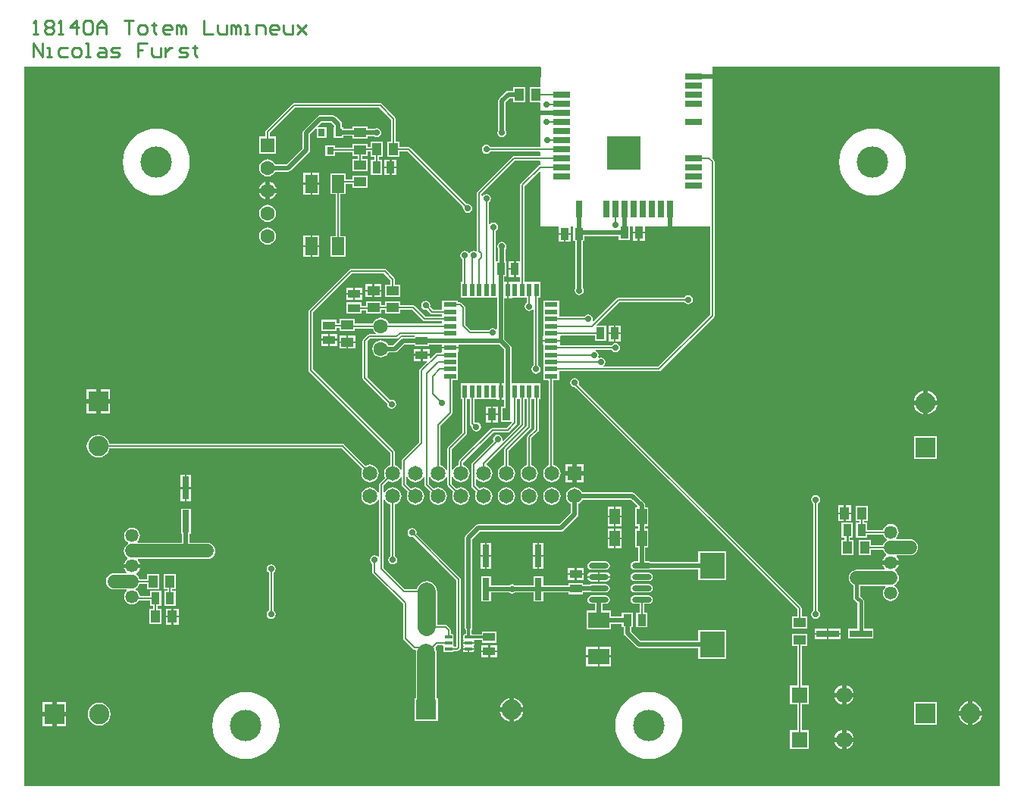
<source format=gbr>
%TF.GenerationSoftware,Altium Limited,Altium Designer,18.1.9 (240)*%
G04 Layer_Physical_Order=1*
G04 Layer_Color=255*
%FSLAX43Y43*%
%MOMM*%
%TF.FileFunction,Copper,L1,Top,Signal*%
%TF.Part,Single*%
G01*
G75*
%TA.AperFunction,SMDPad,CuDef*%
%ADD10R,0.950X1.350*%
%ADD11R,1.150X1.800*%
%ADD12R,0.800X2.500*%
%ADD13R,1.400X2.000*%
%ADD14R,0.800X0.900*%
%ADD15R,1.400X1.050*%
%ADD16R,1.050X1.400*%
%ADD17R,1.350X0.950*%
%ADD18R,1.470X0.550*%
%ADD19R,0.550X1.470*%
%ADD20R,1.900X0.800*%
%ADD21R,0.800X1.900*%
%ADD22R,3.700X3.700*%
%ADD23R,2.500X0.800*%
%ADD24R,1.800X1.150*%
G04:AMPARAMS|DCode=25|XSize=0.4mm|YSize=0.85mm|CornerRadius=0.05mm|HoleSize=0mm|Usage=FLASHONLY|Rotation=270.000|XOffset=0mm|YOffset=0mm|HoleType=Round|Shape=RoundedRectangle|*
%AMROUNDEDRECTD25*
21,1,0.400,0.750,0,0,270.0*
21,1,0.300,0.850,0,0,270.0*
1,1,0.100,-0.375,-0.150*
1,1,0.100,-0.375,0.150*
1,1,0.100,0.375,0.150*
1,1,0.100,0.375,-0.150*
%
%ADD25ROUNDEDRECTD25*%
%ADD26R,2.400X1.800*%
%ADD27R,2.790X2.920*%
%ADD28O,2.200X0.600*%
%TA.AperFunction,Conductor*%
%ADD29C,2.000*%
%ADD30C,0.200*%
%ADD31C,0.500*%
%ADD32C,0.254*%
%ADD33C,0.300*%
%ADD34C,1.500*%
%ADD35C,0.400*%
%TA.AperFunction,NonConductor*%
%ADD36C,0.254*%
%TA.AperFunction,ComponentPad*%
%ADD37R,2.250X2.250*%
%ADD38C,2.250*%
%ADD39C,1.470*%
%ADD40R,2.250X2.250*%
%ADD41C,1.600*%
%ADD42R,1.600X1.600*%
%ADD43C,1.650*%
%ADD44R,1.650X1.650*%
%ADD45R,1.800X1.800*%
%ADD46C,1.800*%
%TA.AperFunction,ViaPad*%
%ADD47C,0.710*%
%ADD48C,3.500*%
%ADD49C,1.500*%
%ADD50C,1.270*%
G36*
X109219Y255D02*
X255D01*
X255Y80645D01*
X57851Y80645D01*
X57940Y80555D01*
X57933Y78397D01*
X56724D01*
Y76697D01*
X57838D01*
X57927Y76607D01*
X57911Y71684D01*
X52292D01*
X52219Y71793D01*
X52052Y71905D01*
X51855Y71944D01*
X51658Y71905D01*
X51491Y71793D01*
X51379Y71626D01*
X51340Y71429D01*
X51379Y71232D01*
X51491Y71065D01*
X51658Y70953D01*
X51855Y70914D01*
X52052Y70953D01*
X52219Y71065D01*
X52292Y71174D01*
X57820D01*
X57909Y71084D01*
X57908Y70690D01*
X54941D01*
X54843Y70670D01*
X54761Y70615D01*
X50875Y66729D01*
X50819Y66647D01*
X50800Y66549D01*
Y60068D01*
X50728Y60013D01*
X50679Y59997D01*
X50616Y60039D01*
X50419Y60078D01*
X50222Y60039D01*
X50055Y59927D01*
X50013Y59865D01*
X49861D01*
X49819Y59927D01*
X49652Y60039D01*
X49455Y60078D01*
X49258Y60039D01*
X49091Y59927D01*
X48979Y59760D01*
X48940Y59563D01*
X48979Y59366D01*
X49091Y59199D01*
X49200Y59126D01*
Y56593D01*
X49030D01*
Y54823D01*
X53047D01*
Y51345D01*
X52920Y51306D01*
X52775Y51403D01*
X52578Y51442D01*
X52381Y51403D01*
X52214Y51291D01*
X52141Y51182D01*
X50122D01*
X49531Y51773D01*
Y53704D01*
X49511Y53802D01*
X49456Y53884D01*
X49122Y54218D01*
X49040Y54273D01*
X48942Y54293D01*
X48670D01*
Y54463D01*
X46900D01*
Y53493D01*
X45928D01*
X45574Y53846D01*
X45600Y53975D01*
X45561Y54172D01*
X45449Y54339D01*
X45282Y54451D01*
X45085Y54490D01*
X44888Y54451D01*
X44721Y54339D01*
X44609Y54172D01*
X44570Y53975D01*
X44609Y53778D01*
X44721Y53611D01*
X44888Y53499D01*
X45085Y53460D01*
X45214Y53486D01*
X45642Y53058D01*
X45724Y53003D01*
X45822Y52983D01*
X46900D01*
Y52693D01*
X45077D01*
X43868Y53901D01*
X43786Y53956D01*
X43688Y53976D01*
X42252D01*
Y54396D01*
X40552D01*
Y53976D01*
X40093D01*
Y54396D01*
X38393D01*
Y53938D01*
X37909D01*
Y54308D01*
X36259D01*
Y53058D01*
X37909D01*
Y53428D01*
X38393D01*
Y53046D01*
X40093D01*
Y53466D01*
X40552D01*
Y53046D01*
X42252D01*
Y53466D01*
X43582D01*
X44791Y52258D01*
X44873Y52203D01*
X44971Y52183D01*
X46900D01*
Y51917D01*
X40998D01*
X40905Y52141D01*
X40753Y52340D01*
X40554Y52492D01*
X40323Y52588D01*
X40075Y52620D01*
X39827Y52588D01*
X39596Y52492D01*
X39397Y52340D01*
X39245Y52141D01*
X39152Y51917D01*
X37172D01*
Y52425D01*
X35472D01*
Y51982D01*
X35115D01*
Y52352D01*
X33465D01*
Y51102D01*
X35115D01*
Y51472D01*
X35472D01*
Y51075D01*
X37172D01*
Y51407D01*
X39152D01*
X39245Y51183D01*
X39397Y50984D01*
X39556Y50863D01*
X39513Y50736D01*
X38740D01*
X38642Y50716D01*
X38560Y50661D01*
X38117Y50218D01*
X38062Y50136D01*
X38042Y50038D01*
Y45847D01*
X38062Y45749D01*
X38117Y45667D01*
X40776Y43007D01*
X40760Y42926D01*
X40799Y42729D01*
X40911Y42562D01*
X41078Y42450D01*
X41275Y42411D01*
X41472Y42450D01*
X41639Y42562D01*
X41751Y42729D01*
X41790Y42926D01*
X41751Y43123D01*
X41639Y43290D01*
X41472Y43402D01*
X41275Y43441D01*
X41099Y43406D01*
X38552Y45953D01*
Y49932D01*
X38846Y50226D01*
X41783D01*
X41881Y50246D01*
X41963Y50301D01*
X42302Y50639D01*
X43822D01*
Y50446D01*
X42533D01*
X42533Y50446D01*
X42377Y50415D01*
X42245Y50326D01*
X42245Y50326D01*
X41448Y49530D01*
X40934D01*
X40905Y49601D01*
X40753Y49800D01*
X40554Y49952D01*
X40323Y50048D01*
X40075Y50080D01*
X39827Y50048D01*
X39596Y49952D01*
X39397Y49800D01*
X39245Y49601D01*
X39149Y49370D01*
X39117Y49122D01*
X39149Y48874D01*
X39245Y48643D01*
X39397Y48444D01*
X39596Y48292D01*
X39827Y48196D01*
X40075Y48164D01*
X40323Y48196D01*
X40554Y48292D01*
X40753Y48444D01*
X40905Y48643D01*
X40934Y48714D01*
X41617D01*
X41617Y48714D01*
X41773Y48745D01*
X41905Y48834D01*
X42702Y49630D01*
X43822D01*
Y49413D01*
X45472D01*
Y49630D01*
X46850D01*
Y49338D01*
X48720D01*
Y49630D01*
X53298D01*
X53847Y49081D01*
Y45303D01*
X53555D01*
Y44368D01*
Y43433D01*
X53847D01*
Y42608D01*
X53458D01*
Y40958D01*
X54642D01*
X54695Y40831D01*
X54161Y40298D01*
X52559D01*
X52461Y40278D01*
X52379Y40223D01*
X48855Y36699D01*
X48800Y36617D01*
X48780Y36519D01*
Y36146D01*
X48767Y36144D01*
X48530Y36046D01*
X48327Y35889D01*
X48170Y35686D01*
X48143Y35619D01*
X48016Y35645D01*
Y37876D01*
X49635Y39496D01*
X49690Y39578D01*
X49710Y39676D01*
Y43483D01*
X50000D01*
Y40747D01*
X50020Y40649D01*
X50075Y40567D01*
X50233Y40409D01*
X50228Y40386D01*
X50267Y40189D01*
X50379Y40022D01*
X50546Y39910D01*
X50743Y39871D01*
X50940Y39910D01*
X51107Y40022D01*
X51219Y40189D01*
X51258Y40386D01*
X51219Y40583D01*
X51107Y40750D01*
X50940Y40862D01*
X50743Y40901D01*
X50637Y40880D01*
X50510Y40979D01*
Y43483D01*
X52980D01*
Y43433D01*
X53355D01*
Y44368D01*
Y45303D01*
X52980D01*
Y45253D01*
X49030D01*
Y43483D01*
X49200D01*
Y39782D01*
X47581Y38162D01*
X47526Y38080D01*
X47506Y37982D01*
Y35601D01*
X47379Y35576D01*
X47334Y35686D01*
X47177Y35889D01*
X46974Y36046D01*
X46737Y36144D01*
Y40534D01*
X47965Y41763D01*
X48020Y41845D01*
X48040Y41943D01*
Y45613D01*
X48670D01*
Y46413D01*
Y47213D01*
Y48013D01*
Y48763D01*
X48720D01*
Y49138D01*
X46850D01*
Y48763D01*
X46752Y48693D01*
X46374D01*
X46276Y48673D01*
X46194Y48618D01*
X45639Y48064D01*
X45522Y48112D01*
Y48338D01*
X44747D01*
Y47763D01*
X45173D01*
X45221Y47646D01*
X44429Y46854D01*
X44374Y46771D01*
X44354Y46673D01*
Y38670D01*
X42492Y36807D01*
X42437Y36725D01*
X42417Y36627D01*
Y35623D01*
X42290Y35598D01*
X42254Y35686D01*
X42097Y35889D01*
X41894Y36046D01*
X41657Y36144D01*
Y37592D01*
X41637Y37690D01*
X41582Y37772D01*
X32513Y46842D01*
Y53234D01*
X36809Y57530D01*
X40407D01*
X41147Y56790D01*
Y56296D01*
X40552D01*
Y54946D01*
X42252D01*
Y56296D01*
X41657D01*
Y56896D01*
X41637Y56994D01*
X41582Y57076D01*
X40693Y57965D01*
X40611Y58020D01*
X40513Y58040D01*
X36703D01*
X36605Y58020D01*
X36523Y57965D01*
X32078Y53520D01*
X32022Y53438D01*
X32003Y53340D01*
Y46736D01*
X32022Y46638D01*
X32078Y46556D01*
X41147Y37486D01*
Y36144D01*
X40910Y36046D01*
X40707Y35889D01*
X40550Y35686D01*
X40452Y35449D01*
X40419Y35194D01*
X40452Y34939D01*
X40550Y34703D01*
X39952Y34104D01*
X39896Y34022D01*
X39877Y33924D01*
Y33083D01*
X39750Y33058D01*
X39714Y33146D01*
X39557Y33349D01*
X39354Y33506D01*
X39117Y33604D01*
X38862Y33637D01*
X38607Y33604D01*
X38370Y33506D01*
X38167Y33349D01*
X38010Y33146D01*
X37912Y32909D01*
X37879Y32654D01*
X37912Y32399D01*
X38010Y32162D01*
X38167Y31959D01*
X38370Y31802D01*
X38607Y31704D01*
X38862Y31671D01*
X39117Y31704D01*
X39354Y31802D01*
X39557Y31959D01*
X39714Y32162D01*
X39750Y32250D01*
X39877Y32225D01*
Y25913D01*
X39750Y25875D01*
X39749Y25876D01*
X39582Y25988D01*
X39385Y26027D01*
X39188Y25988D01*
X39021Y25876D01*
X38909Y25709D01*
X38870Y25512D01*
X38909Y25315D01*
X39021Y25148D01*
X39130Y25075D01*
Y24115D01*
X39150Y24017D01*
X39205Y23935D01*
X42544Y20595D01*
Y16757D01*
X42564Y16660D01*
X42619Y16577D01*
X43691Y15505D01*
X43773Y15450D01*
X43871Y15430D01*
X43904D01*
X44015Y15303D01*
X43991Y15120D01*
Y10037D01*
X43876D01*
Y7487D01*
X46426D01*
Y10037D01*
X46311D01*
Y15120D01*
X46271Y15420D01*
X46235Y15508D01*
Y15776D01*
X46434Y15974D01*
X47009D01*
X47074Y15868D01*
X47055Y15810D01*
X47053Y15807D01*
X47037Y15729D01*
Y15429D01*
X47053Y15351D01*
X47097Y15285D01*
X47163Y15241D01*
X47241Y15225D01*
X47991D01*
X48069Y15241D01*
X48135Y15285D01*
X48161Y15324D01*
X48599D01*
X48697Y15344D01*
X48779Y15399D01*
X48948Y15568D01*
X49003Y15650D01*
X49023Y15748D01*
Y23368D01*
X49003Y23466D01*
X48948Y23548D01*
X44050Y28446D01*
X44076Y28575D01*
X44037Y28772D01*
X43925Y28939D01*
X43758Y29051D01*
X43561Y29090D01*
X43364Y29051D01*
X43197Y28939D01*
X43085Y28772D01*
X43046Y28575D01*
X43085Y28378D01*
X43197Y28211D01*
X43364Y28099D01*
X43561Y28060D01*
X43690Y28086D01*
X48513Y23262D01*
Y15854D01*
X48493Y15834D01*
X48223D01*
X48158Y15940D01*
X48177Y15998D01*
X48179Y16001D01*
X48195Y16079D01*
Y16379D01*
X48179Y16457D01*
X48135Y16523D01*
Y16585D01*
X48179Y16651D01*
X48195Y16729D01*
Y17029D01*
X48179Y17107D01*
X48135Y17173D01*
X48069Y17217D01*
X47991Y17233D01*
X47871D01*
Y17662D01*
X47851Y17760D01*
X47796Y17842D01*
X47472Y18166D01*
X47390Y18221D01*
X47292Y18241D01*
X46372D01*
Y21971D01*
X46332Y22271D01*
X46217Y22551D01*
X46032Y22791D01*
X45792Y22976D01*
X45512Y23091D01*
X45212Y23131D01*
X44912Y23091D01*
X44632Y22976D01*
X44392Y22791D01*
X44207Y22551D01*
X44092Y22271D01*
X44086Y22226D01*
X42778D01*
X40387Y24617D01*
Y32225D01*
X40514Y32250D01*
X40550Y32162D01*
X40707Y31959D01*
X40910Y31802D01*
X41147Y31704D01*
Y25949D01*
X41038Y25876D01*
X40926Y25709D01*
X40887Y25512D01*
X40926Y25315D01*
X41038Y25148D01*
X41205Y25036D01*
X41402Y24997D01*
X41599Y25036D01*
X41766Y25148D01*
X41878Y25315D01*
X41917Y25512D01*
X41878Y25709D01*
X41766Y25876D01*
X41657Y25949D01*
Y31704D01*
X41894Y31802D01*
X42097Y31959D01*
X42254Y32162D01*
X42352Y32399D01*
X42385Y32654D01*
X42352Y32909D01*
X42254Y33146D01*
X42097Y33349D01*
X41894Y33506D01*
X41657Y33604D01*
X41402Y33637D01*
X41147Y33604D01*
X40910Y33506D01*
X40707Y33349D01*
X40550Y33146D01*
X40514Y33058D01*
X40387Y33083D01*
Y33818D01*
X40911Y34342D01*
X41147Y34244D01*
X41402Y34211D01*
X41657Y34244D01*
X41894Y34342D01*
X42097Y34499D01*
X42254Y34702D01*
X42290Y34790D01*
X42417Y34765D01*
Y33924D01*
X42437Y33826D01*
X42492Y33744D01*
X43090Y33145D01*
X42992Y32909D01*
X42959Y32654D01*
X42992Y32399D01*
X43090Y32162D01*
X43247Y31959D01*
X43450Y31802D01*
X43687Y31704D01*
X43942Y31671D01*
X44197Y31704D01*
X44434Y31802D01*
X44637Y31959D01*
X44794Y32162D01*
X44892Y32399D01*
X44925Y32654D01*
X44892Y32909D01*
X44794Y33146D01*
X44637Y33349D01*
X44434Y33506D01*
X44197Y33604D01*
X43942Y33637D01*
X43687Y33604D01*
X43451Y33506D01*
X42927Y34030D01*
Y34765D01*
X43054Y34790D01*
X43090Y34702D01*
X43247Y34499D01*
X43450Y34342D01*
X43687Y34244D01*
X43942Y34211D01*
X44197Y34244D01*
X44434Y34342D01*
X44637Y34499D01*
X44794Y34702D01*
X44830Y34790D01*
X44957Y34765D01*
Y33924D01*
X44977Y33826D01*
X45032Y33744D01*
X45630Y33145D01*
X45532Y32909D01*
X45499Y32654D01*
X45532Y32399D01*
X45630Y32162D01*
X45787Y31959D01*
X45990Y31802D01*
X46227Y31704D01*
X46482Y31671D01*
X46737Y31704D01*
X46974Y31802D01*
X47177Y31959D01*
X47334Y32162D01*
X47432Y32399D01*
X47465Y32654D01*
X47432Y32909D01*
X47334Y33146D01*
X47177Y33349D01*
X46974Y33506D01*
X46737Y33604D01*
X46482Y33637D01*
X46227Y33604D01*
X45991Y33506D01*
X45467Y34030D01*
Y34765D01*
X45594Y34790D01*
X45630Y34702D01*
X45787Y34499D01*
X45990Y34342D01*
X46227Y34244D01*
X46482Y34211D01*
X46737Y34244D01*
X46974Y34342D01*
X47177Y34499D01*
X47334Y34702D01*
X47379Y34812D01*
X47506Y34787D01*
Y33915D01*
X47526Y33817D01*
X47581Y33735D01*
X48170Y33145D01*
X48072Y32909D01*
X48039Y32654D01*
X48072Y32399D01*
X48170Y32162D01*
X48327Y31959D01*
X48530Y31802D01*
X48767Y31704D01*
X49022Y31671D01*
X49277Y31704D01*
X49514Y31802D01*
X49717Y31959D01*
X49874Y32162D01*
X49972Y32399D01*
X50005Y32654D01*
X49972Y32909D01*
X49874Y33146D01*
X49717Y33349D01*
X49514Y33506D01*
X49277Y33604D01*
X49022Y33637D01*
X48767Y33604D01*
X48531Y33506D01*
X48016Y34021D01*
Y34743D01*
X48143Y34769D01*
X48170Y34702D01*
X48327Y34499D01*
X48530Y34342D01*
X48767Y34244D01*
X49022Y34211D01*
X49277Y34244D01*
X49514Y34342D01*
X49717Y34499D01*
X49874Y34702D01*
X49972Y34939D01*
X50005Y35194D01*
X49972Y35449D01*
X49874Y35686D01*
X49717Y35889D01*
X49514Y36046D01*
X49290Y36138D01*
Y36413D01*
X52665Y39788D01*
X54267D01*
X54365Y39807D01*
X54447Y39863D01*
X55235Y40651D01*
X55290Y40733D01*
X55310Y40831D01*
Y43483D01*
X55600D01*
Y40721D01*
X53732Y38853D01*
X53615Y38915D01*
X53633Y39005D01*
X53594Y39202D01*
X53482Y39369D01*
X53315Y39481D01*
X53118Y39520D01*
X52921Y39481D01*
X52754Y39369D01*
X52643Y39202D01*
X52603Y39005D01*
X52643Y38808D01*
X52654Y38791D01*
X50239Y36375D01*
X50183Y36293D01*
X50164Y36195D01*
Y33797D01*
X50183Y33699D01*
X50239Y33617D01*
X50710Y33145D01*
X50612Y32909D01*
X50579Y32654D01*
X50612Y32399D01*
X50710Y32162D01*
X50867Y31959D01*
X51070Y31802D01*
X51307Y31704D01*
X51562Y31671D01*
X51817Y31704D01*
X52054Y31802D01*
X52257Y31959D01*
X52414Y32162D01*
X52512Y32399D01*
X52545Y32654D01*
X52512Y32909D01*
X52414Y33146D01*
X52257Y33349D01*
X52054Y33506D01*
X51817Y33604D01*
X51562Y33637D01*
X51307Y33604D01*
X51071Y33506D01*
X50674Y33903D01*
Y34541D01*
X50801Y34584D01*
X50867Y34499D01*
X51070Y34342D01*
X51307Y34244D01*
X51562Y34211D01*
X51817Y34244D01*
X52054Y34342D01*
X52257Y34499D01*
X52414Y34702D01*
X52512Y34939D01*
X52545Y35194D01*
X52512Y35449D01*
X52414Y35686D01*
X52257Y35889D01*
X52054Y36046D01*
X51882Y36117D01*
X51862Y36261D01*
X56035Y40435D01*
X56090Y40517D01*
X56110Y40615D01*
Y43483D01*
X56400D01*
Y40505D01*
X53935Y38039D01*
X53880Y37957D01*
X53860Y37859D01*
Y36146D01*
X53847Y36144D01*
X53610Y36046D01*
X53407Y35889D01*
X53250Y35686D01*
X53152Y35449D01*
X53119Y35194D01*
X53152Y34939D01*
X53250Y34702D01*
X53407Y34499D01*
X53610Y34342D01*
X53847Y34244D01*
X54102Y34211D01*
X54357Y34244D01*
X54594Y34342D01*
X54797Y34499D01*
X54954Y34702D01*
X55052Y34939D01*
X55085Y35194D01*
X55052Y35449D01*
X54954Y35686D01*
X54797Y35889D01*
X54594Y36046D01*
X54370Y36138D01*
Y37753D01*
X56835Y40219D01*
X56890Y40301D01*
X56910Y40399D01*
Y43483D01*
X57200D01*
Y40149D01*
X56475Y39423D01*
X56420Y39341D01*
X56400Y39243D01*
Y36146D01*
X56387Y36144D01*
X56150Y36046D01*
X55947Y35889D01*
X55790Y35686D01*
X55692Y35449D01*
X55659Y35194D01*
X55692Y34939D01*
X55790Y34702D01*
X55947Y34499D01*
X56150Y34342D01*
X56387Y34244D01*
X56642Y34211D01*
X56897Y34244D01*
X57134Y34342D01*
X57337Y34499D01*
X57494Y34702D01*
X57592Y34939D01*
X57625Y35194D01*
X57592Y35449D01*
X57494Y35686D01*
X57337Y35889D01*
X57134Y36046D01*
X56910Y36138D01*
Y39137D01*
X57635Y39863D01*
X57690Y39945D01*
X57710Y40043D01*
Y43483D01*
X57880D01*
Y45253D01*
X54663D01*
Y49250D01*
X54663Y49250D01*
X54632Y49406D01*
X54543Y49538D01*
X54543Y49538D01*
X53863Y50219D01*
Y54773D01*
X54155D01*
Y55708D01*
Y56643D01*
X53863D01*
Y57214D01*
X54080D01*
Y58864D01*
X54002D01*
Y60279D01*
X54070Y60381D01*
X54109Y60578D01*
X54070Y60775D01*
X53958Y60942D01*
X53791Y61054D01*
X53594Y61093D01*
X53397Y61054D01*
X53230Y60942D01*
X53118Y60775D01*
X53079Y60578D01*
X53118Y60381D01*
X53186Y60279D01*
Y58864D01*
X52910D01*
Y62301D01*
X53019Y62374D01*
X53131Y62541D01*
X53170Y62738D01*
X53131Y62935D01*
X53019Y63102D01*
X52852Y63214D01*
X52655Y63253D01*
X52458Y63214D01*
X52291Y63102D01*
X52237Y63021D01*
X52110Y63060D01*
Y65476D01*
X52219Y65549D01*
X52331Y65716D01*
X52370Y65913D01*
X52331Y66110D01*
X52219Y66277D01*
X52052Y66389D01*
X51855Y66428D01*
X51658Y66389D01*
X51491Y66277D01*
X51437Y66196D01*
X51310Y66235D01*
Y66443D01*
X55047Y70180D01*
X57816D01*
X57906Y70090D01*
X57905Y69674D01*
X57862D01*
X57764Y69654D01*
X57682Y69599D01*
X55675Y67592D01*
X55620Y67510D01*
X55600Y67412D01*
Y58914D01*
X55155D01*
Y58039D01*
Y57164D01*
X55600D01*
Y56593D01*
X54730D01*
Y56643D01*
X54355D01*
Y55708D01*
Y54773D01*
X54730D01*
Y54823D01*
X56387D01*
Y54285D01*
X56278Y54212D01*
X56166Y54045D01*
X56127Y53848D01*
X56166Y53651D01*
X56278Y53484D01*
X56445Y53372D01*
X56642Y53333D01*
X56839Y53372D01*
X57006Y53484D01*
X57022Y53508D01*
X57149Y53469D01*
Y47275D01*
X57040Y47202D01*
X56928Y47035D01*
X56889Y46838D01*
X56928Y46641D01*
X57040Y46474D01*
X57207Y46362D01*
X57404Y46323D01*
X57601Y46362D01*
X57768Y46474D01*
X57880Y46641D01*
X57919Y46838D01*
X57880Y47035D01*
X57768Y47202D01*
X57659Y47275D01*
Y54823D01*
X57880D01*
Y55870D01*
X57882Y55880D01*
X57880Y55890D01*
Y56593D01*
X56110D01*
Y67306D01*
X57785Y68982D01*
X57902Y68933D01*
X57882Y62801D01*
X59928D01*
Y62076D01*
X60603D01*
X61278D01*
Y62801D01*
X61578D01*
Y61151D01*
X61822D01*
Y55925D01*
X61754Y55823D01*
X61715Y55626D01*
X61754Y55429D01*
X61866Y55262D01*
X62033Y55150D01*
X62230Y55111D01*
X62427Y55150D01*
X62594Y55262D01*
X62706Y55429D01*
X62745Y55626D01*
X62706Y55823D01*
X62638Y55925D01*
Y61151D01*
X62828D01*
Y61695D01*
X66647D01*
Y61278D01*
X67897D01*
Y62801D01*
X68197D01*
Y62203D01*
X68872D01*
X69547D01*
Y62801D01*
X76834D01*
Y52913D01*
X71014Y47093D01*
X64984D01*
X64946Y47220D01*
X65007Y47261D01*
X65119Y47428D01*
X65158Y47625D01*
X65119Y47822D01*
X65007Y47989D01*
X64840Y48101D01*
X64643Y48140D01*
X64450Y48102D01*
X64431Y48115D01*
X64371Y48175D01*
X64358Y48194D01*
X64396Y48387D01*
X64357Y48584D01*
X64245Y48751D01*
X64078Y48863D01*
X64051Y48868D01*
X64063Y48995D01*
X65857D01*
X65930Y48886D01*
X66097Y48774D01*
X66294Y48735D01*
X66491Y48774D01*
X66658Y48886D01*
X66770Y49053D01*
X66809Y49250D01*
X66770Y49447D01*
X66658Y49614D01*
X66491Y49726D01*
X66294Y49765D01*
X66097Y49726D01*
X65930Y49614D01*
X65857Y49505D01*
X60163D01*
X60060Y49563D01*
Y49938D01*
X59125D01*
X58190D01*
Y49563D01*
X58240D01*
Y48813D01*
Y48013D01*
Y47213D01*
Y46413D01*
Y45613D01*
X58777D01*
X58866Y45523D01*
X58796Y36090D01*
X58690Y36046D01*
X58487Y35889D01*
X58330Y35686D01*
X58232Y35449D01*
X58199Y35194D01*
X58232Y34939D01*
X58330Y34702D01*
X58487Y34499D01*
X58690Y34342D01*
X58927Y34244D01*
X59182Y34211D01*
X59437Y34244D01*
X59674Y34342D01*
X59877Y34499D01*
X60034Y34702D01*
X60132Y34939D01*
X60165Y35194D01*
X60132Y35449D01*
X60034Y35686D01*
X59877Y35889D01*
X59674Y36046D01*
X59437Y36144D01*
X59307Y36161D01*
X59377Y45613D01*
X60010D01*
Y46583D01*
X71120D01*
X71218Y46603D01*
X71300Y46658D01*
X77269Y52627D01*
X77324Y52709D01*
X77344Y52807D01*
Y70042D01*
X77324Y70140D01*
X77269Y70222D01*
X77089Y70402D01*
Y80645D01*
X109219D01*
X109219Y255D01*
D02*
G37*
%LPC*%
G36*
X56174Y78397D02*
X54824D01*
Y77955D01*
X54306D01*
X54150Y77924D01*
X54018Y77835D01*
X54018Y77835D01*
X53306Y77123D01*
X53217Y76991D01*
X53186Y76835D01*
X53186Y76835D01*
Y73578D01*
X53118Y73476D01*
X53079Y73279D01*
X53118Y73082D01*
X53230Y72915D01*
X53397Y72803D01*
X53594Y72764D01*
X53791Y72803D01*
X53958Y72915D01*
X54070Y73082D01*
X54109Y73279D01*
X54070Y73476D01*
X54002Y73578D01*
Y76666D01*
X54475Y77139D01*
X54824D01*
Y76697D01*
X56174D01*
Y78397D01*
D02*
G37*
G36*
X34738Y75211D02*
X34738Y75211D01*
X33258D01*
X33102Y75180D01*
X32970Y75091D01*
X32970Y75091D01*
X31462Y73583D01*
X31373Y73451D01*
X31342Y73295D01*
X31342Y73295D01*
Y71543D01*
X29549Y69750D01*
X28291D01*
X28262Y69821D01*
X28110Y70020D01*
X27911Y70172D01*
X27680Y70268D01*
X27432Y70300D01*
X27184Y70268D01*
X26953Y70172D01*
X26754Y70020D01*
X26602Y69821D01*
X26506Y69590D01*
X26474Y69342D01*
X26506Y69094D01*
X26602Y68863D01*
X26754Y68664D01*
X26953Y68512D01*
X27184Y68416D01*
X27432Y68384D01*
X27680Y68416D01*
X27911Y68512D01*
X28110Y68664D01*
X28262Y68863D01*
X28291Y68934D01*
X29718D01*
X29718Y68934D01*
X29874Y68965D01*
X30006Y69054D01*
X32038Y71086D01*
X32038Y71086D01*
X32127Y71218D01*
X32158Y71374D01*
X32158Y71374D01*
Y73126D01*
X32790Y73758D01*
X32917Y73706D01*
Y72663D01*
X34017D01*
Y73863D01*
X33074D01*
X33022Y73990D01*
X33427Y74395D01*
X34569D01*
X34898Y74066D01*
Y73863D01*
X34817D01*
Y72663D01*
X35917D01*
Y72925D01*
X36893D01*
Y72608D01*
X38593D01*
Y72871D01*
X39325D01*
X39427Y72803D01*
X39624Y72764D01*
X39821Y72803D01*
X39988Y72915D01*
X40100Y73082D01*
X40139Y73279D01*
X40100Y73476D01*
X39988Y73643D01*
X39821Y73755D01*
X39624Y73794D01*
X39427Y73755D01*
X39325Y73687D01*
X38593D01*
Y73958D01*
X36893D01*
Y73741D01*
X35917D01*
Y73863D01*
X35714D01*
Y74235D01*
X35683Y74391D01*
X35594Y74523D01*
X35594Y74523D01*
X35026Y75091D01*
X34894Y75180D01*
X34868Y75185D01*
X34738Y75211D01*
D02*
G37*
G36*
X40262Y72294D02*
X38912D01*
Y71699D01*
X38593D01*
Y72058D01*
X36893D01*
Y71588D01*
X34967D01*
Y71863D01*
X33867D01*
Y70663D01*
X34967D01*
Y71078D01*
X36893D01*
Y70708D01*
X37488D01*
Y70336D01*
X36893D01*
Y68986D01*
X38593D01*
Y70336D01*
X37998D01*
Y70708D01*
X38593D01*
Y71189D01*
X38912D01*
Y70594D01*
X39317D01*
Y70237D01*
X38947D01*
Y68587D01*
X40197D01*
Y70237D01*
X39827D01*
Y70594D01*
X40262D01*
Y72294D01*
D02*
G37*
G36*
X41847Y70287D02*
X41272D01*
Y69512D01*
X41847D01*
Y70287D01*
D02*
G37*
G36*
X41072D02*
X40497D01*
Y69512D01*
X41072D01*
Y70287D01*
D02*
G37*
G36*
X41847Y69312D02*
X41272D01*
Y68537D01*
X41847D01*
Y69312D01*
D02*
G37*
G36*
X41072D02*
X40497D01*
Y68537D01*
X41072D01*
Y69312D01*
D02*
G37*
G36*
X33206Y68778D02*
X32406D01*
Y67678D01*
X33206D01*
Y68778D01*
D02*
G37*
G36*
X32206D02*
X31406D01*
Y67678D01*
X32206D01*
Y68778D01*
D02*
G37*
G36*
X36156Y68728D02*
X34456D01*
Y66428D01*
X35051D01*
Y61728D01*
X34456D01*
Y59428D01*
X36156D01*
Y61728D01*
X35561D01*
Y66428D01*
X36156D01*
Y67506D01*
X36893D01*
Y67086D01*
X38593D01*
Y68436D01*
X36893D01*
Y68016D01*
X36156D01*
Y68728D01*
D02*
G37*
G36*
X27682Y67778D02*
Y67052D01*
X28408D01*
X28406Y67063D01*
X28305Y67306D01*
X28145Y67515D01*
X27936Y67675D01*
X27693Y67776D01*
X27682Y67778D01*
D02*
G37*
G36*
X27182D02*
X27171Y67776D01*
X26928Y67675D01*
X26719Y67515D01*
X26559Y67306D01*
X26458Y67063D01*
X26456Y67052D01*
X27182D01*
Y67778D01*
D02*
G37*
G36*
X33206Y67478D02*
X32406D01*
Y66378D01*
X33206D01*
Y67478D01*
D02*
G37*
G36*
X32206D02*
X31406D01*
Y66378D01*
X32206D01*
Y67478D01*
D02*
G37*
G36*
X95000Y73737D02*
X94415Y73691D01*
X93845Y73554D01*
X93304Y73329D01*
X92804Y73023D01*
X92358Y72642D01*
X91977Y72196D01*
X91671Y71696D01*
X91446Y71155D01*
X91309Y70585D01*
X91263Y70000D01*
X91309Y69415D01*
X91446Y68845D01*
X91671Y68304D01*
X91977Y67804D01*
X92358Y67358D01*
X92804Y66977D01*
X93304Y66671D01*
X93845Y66446D01*
X94415Y66309D01*
X95000Y66263D01*
X95585Y66309D01*
X96155Y66446D01*
X96696Y66671D01*
X97196Y66977D01*
X97642Y67358D01*
X98023Y67804D01*
X98329Y68304D01*
X98554Y68845D01*
X98691Y69415D01*
X98737Y70000D01*
X98691Y70585D01*
X98554Y71155D01*
X98329Y71696D01*
X98023Y72196D01*
X97642Y72642D01*
X97196Y73023D01*
X96696Y73329D01*
X96155Y73554D01*
X95585Y73691D01*
X95000Y73737D01*
D02*
G37*
G36*
X15000D02*
X14415Y73691D01*
X13845Y73554D01*
X13304Y73329D01*
X12804Y73023D01*
X12358Y72642D01*
X11977Y72196D01*
X11671Y71696D01*
X11446Y71155D01*
X11309Y70585D01*
X11263Y70000D01*
X11309Y69415D01*
X11446Y68845D01*
X11671Y68304D01*
X11977Y67804D01*
X12358Y67358D01*
X12804Y66977D01*
X13304Y66671D01*
X13845Y66446D01*
X14415Y66309D01*
X15000Y66263D01*
X15585Y66309D01*
X16155Y66446D01*
X16696Y66671D01*
X17196Y66977D01*
X17642Y67358D01*
X18023Y67804D01*
X18329Y68304D01*
X18554Y68845D01*
X18691Y69415D01*
X18737Y70000D01*
X18691Y70585D01*
X18554Y71155D01*
X18329Y71696D01*
X18023Y72196D01*
X17642Y72642D01*
X17196Y73023D01*
X16696Y73329D01*
X16155Y73554D01*
X15585Y73691D01*
X15000Y73737D01*
D02*
G37*
G36*
X28408Y66552D02*
X27682D01*
Y65826D01*
X27693Y65828D01*
X27936Y65928D01*
X28145Y66089D01*
X28305Y66298D01*
X28406Y66541D01*
X28408Y66552D01*
D02*
G37*
G36*
X27182D02*
X26456D01*
X26458Y66541D01*
X26559Y66298D01*
X26719Y66089D01*
X26928Y65928D01*
X27171Y65828D01*
X27182Y65826D01*
Y66552D01*
D02*
G37*
G36*
X40005Y76582D02*
X30353D01*
X30255Y76562D01*
X30173Y76507D01*
X27252Y73586D01*
X27197Y73504D01*
X27177Y73406D01*
Y72832D01*
X26482D01*
Y70932D01*
X28382D01*
Y72832D01*
X27687D01*
Y73300D01*
X30459Y76072D01*
X39899D01*
X41232Y74739D01*
Y72294D01*
X40812D01*
Y70594D01*
X42162D01*
Y71189D01*
X43049D01*
X49295Y64944D01*
X49269Y64815D01*
X49308Y64618D01*
X49420Y64451D01*
X49587Y64339D01*
X49784Y64300D01*
X49981Y64339D01*
X50148Y64451D01*
X50260Y64618D01*
X50299Y64815D01*
X50260Y65012D01*
X50148Y65179D01*
X49981Y65291D01*
X49784Y65330D01*
X49655Y65304D01*
X43335Y71624D01*
X43253Y71679D01*
X43155Y71699D01*
X42162D01*
Y72294D01*
X41742D01*
Y74845D01*
X41722Y74943D01*
X41667Y75025D01*
X40185Y76507D01*
X40103Y76562D01*
X40005Y76582D01*
D02*
G37*
G36*
X27432Y65220D02*
X27184Y65188D01*
X26953Y65092D01*
X26754Y64940D01*
X26602Y64741D01*
X26506Y64510D01*
X26474Y64262D01*
X26506Y64014D01*
X26602Y63783D01*
X26754Y63584D01*
X26953Y63432D01*
X27184Y63336D01*
X27432Y63304D01*
X27680Y63336D01*
X27911Y63432D01*
X28110Y63584D01*
X28262Y63783D01*
X28358Y64014D01*
X28390Y64262D01*
X28358Y64510D01*
X28262Y64741D01*
X28110Y64940D01*
X27911Y65092D01*
X27680Y65188D01*
X27432Y65220D01*
D02*
G37*
G36*
X69547Y62003D02*
X68972D01*
Y61228D01*
X69547D01*
Y62003D01*
D02*
G37*
G36*
X68772D02*
X68197D01*
Y61228D01*
X68772D01*
Y62003D01*
D02*
G37*
G36*
X61278Y61876D02*
X60703D01*
Y61101D01*
X61278D01*
Y61876D01*
D02*
G37*
G36*
X60503D02*
X59928D01*
Y61101D01*
X60503D01*
Y61876D01*
D02*
G37*
G36*
X27432Y62680D02*
X27184Y62648D01*
X26953Y62552D01*
X26754Y62400D01*
X26602Y62201D01*
X26506Y61970D01*
X26474Y61722D01*
X26506Y61474D01*
X26602Y61243D01*
X26754Y61044D01*
X26953Y60892D01*
X27184Y60796D01*
X27432Y60764D01*
X27680Y60796D01*
X27911Y60892D01*
X28110Y61044D01*
X28262Y61243D01*
X28358Y61474D01*
X28390Y61722D01*
X28358Y61970D01*
X28262Y62201D01*
X28110Y62400D01*
X27911Y62552D01*
X27680Y62648D01*
X27432Y62680D01*
D02*
G37*
G36*
X33206Y61778D02*
X32406D01*
Y60678D01*
X33206D01*
Y61778D01*
D02*
G37*
G36*
X32206D02*
X31406D01*
Y60678D01*
X32206D01*
Y61778D01*
D02*
G37*
G36*
X33206Y60478D02*
X32406D01*
Y59378D01*
X33206D01*
Y60478D01*
D02*
G37*
G36*
X32206D02*
X31406D01*
Y59378D01*
X32206D01*
Y60478D01*
D02*
G37*
G36*
X54955Y58914D02*
X54380D01*
Y58139D01*
X54955D01*
Y58914D01*
D02*
G37*
G36*
Y57939D02*
X54380D01*
Y57164D01*
X54955D01*
Y57939D01*
D02*
G37*
G36*
X40143Y56346D02*
X39343D01*
Y55721D01*
X40143D01*
Y56346D01*
D02*
G37*
G36*
X39143D02*
X38343D01*
Y55721D01*
X39143D01*
Y56346D01*
D02*
G37*
G36*
X37959Y55958D02*
X37184D01*
Y55383D01*
X37959D01*
Y55958D01*
D02*
G37*
G36*
X36984D02*
X36209D01*
Y55383D01*
X36984D01*
Y55958D01*
D02*
G37*
G36*
X40143Y55521D02*
X39343D01*
Y54896D01*
X40143D01*
Y55521D01*
D02*
G37*
G36*
X39143D02*
X38343D01*
Y54896D01*
X39143D01*
Y55521D01*
D02*
G37*
G36*
X37959Y55183D02*
X37184D01*
Y54608D01*
X37959D01*
Y55183D01*
D02*
G37*
G36*
X36984D02*
X36209D01*
Y54608D01*
X36984D01*
Y55183D01*
D02*
G37*
G36*
X74422Y55125D02*
X74225Y55086D01*
X74058Y54974D01*
X73985Y54865D01*
X66612D01*
X66514Y54845D01*
X66432Y54790D01*
X63846Y52204D01*
X63729Y52253D01*
X63723Y52261D01*
X63761Y52451D01*
X63722Y52648D01*
X63610Y52815D01*
X63443Y52927D01*
X63246Y52966D01*
X63049Y52927D01*
X62882Y52815D01*
X62809Y52706D01*
X60010D01*
Y53613D01*
Y54463D01*
X58240D01*
Y53613D01*
Y52813D01*
Y52013D01*
Y51213D01*
Y50513D01*
X58190D01*
Y50138D01*
X59125D01*
X60060D01*
Y50513D01*
X60158Y50583D01*
X63980D01*
Y50013D01*
X65230D01*
Y51663D01*
X64191D01*
X64143Y51780D01*
X66718Y54355D01*
X73985D01*
X74058Y54246D01*
X74225Y54134D01*
X74422Y54095D01*
X74619Y54134D01*
X74786Y54246D01*
X74898Y54413D01*
X74937Y54610D01*
X74898Y54807D01*
X74786Y54974D01*
X74619Y55086D01*
X74422Y55125D01*
D02*
G37*
G36*
X66880Y51713D02*
X66305D01*
Y50938D01*
X66880D01*
Y51713D01*
D02*
G37*
G36*
X66105D02*
X65530D01*
Y50938D01*
X66105D01*
Y51713D01*
D02*
G37*
G36*
X35165Y50802D02*
X34390D01*
Y50227D01*
X35165D01*
Y50802D01*
D02*
G37*
G36*
X34190D02*
X33415D01*
Y50227D01*
X34190D01*
Y50802D01*
D02*
G37*
G36*
X66880Y50738D02*
X66305D01*
Y49963D01*
X66880D01*
Y50738D01*
D02*
G37*
G36*
X66105D02*
X65530D01*
Y49963D01*
X66105D01*
Y50738D01*
D02*
G37*
G36*
X37222Y50575D02*
X36422D01*
Y49950D01*
X37222D01*
Y50575D01*
D02*
G37*
G36*
X36222D02*
X35422D01*
Y49950D01*
X36222D01*
Y50575D01*
D02*
G37*
G36*
X35165Y50027D02*
X34390D01*
Y49452D01*
X35165D01*
Y50027D01*
D02*
G37*
G36*
X34190D02*
X33415D01*
Y49452D01*
X34190D01*
Y50027D01*
D02*
G37*
G36*
X37222Y49750D02*
X36422D01*
Y49125D01*
X37222D01*
Y49750D01*
D02*
G37*
G36*
X36222D02*
X35422D01*
Y49125D01*
X36222D01*
Y49750D01*
D02*
G37*
G36*
X45522Y49113D02*
X44747D01*
Y48538D01*
X45522D01*
Y49113D01*
D02*
G37*
G36*
X44547D02*
X43772D01*
Y48538D01*
X44547D01*
Y49113D01*
D02*
G37*
G36*
Y48338D02*
X43772D01*
Y47763D01*
X44547D01*
Y48338D01*
D02*
G37*
G36*
X9834Y44552D02*
X8759D01*
Y43477D01*
X9834D01*
Y44552D01*
D02*
G37*
G36*
X8259D02*
X7184D01*
Y43477D01*
X8259D01*
Y44552D01*
D02*
G37*
G36*
X101168Y44404D02*
Y43350D01*
X102222D01*
X102209Y43446D01*
X102075Y43768D01*
X101863Y44045D01*
X101586Y44257D01*
X101264Y44391D01*
X101168Y44404D01*
D02*
G37*
G36*
X100668D02*
X100572Y44391D01*
X100250Y44257D01*
X99973Y44045D01*
X99761Y43768D01*
X99627Y43446D01*
X99614Y43350D01*
X100668D01*
Y44404D01*
D02*
G37*
G36*
X9834Y42977D02*
X8759D01*
Y41902D01*
X9834D01*
Y42977D01*
D02*
G37*
G36*
X8259D02*
X7184D01*
Y41902D01*
X8259D01*
Y42977D01*
D02*
G37*
G36*
X53158Y42658D02*
X52583D01*
Y41883D01*
X53158D01*
Y42658D01*
D02*
G37*
G36*
X52383D02*
X51808D01*
Y41883D01*
X52383D01*
Y42658D01*
D02*
G37*
G36*
X102222Y42850D02*
X101168D01*
Y41796D01*
X101264Y41809D01*
X101586Y41943D01*
X101863Y42155D01*
X102075Y42432D01*
X102209Y42754D01*
X102222Y42850D01*
D02*
G37*
G36*
X100668D02*
X99614D01*
X99627Y42754D01*
X99761Y42432D01*
X99973Y42155D01*
X100250Y41943D01*
X100572Y41809D01*
X100668Y41796D01*
Y42850D01*
D02*
G37*
G36*
X53158Y41683D02*
X52583D01*
Y40908D01*
X53158D01*
Y41683D01*
D02*
G37*
G36*
X52383D02*
X51808D01*
Y40908D01*
X52383D01*
Y41683D01*
D02*
G37*
G36*
X102193Y39375D02*
X99643D01*
Y36825D01*
X102193D01*
Y39375D01*
D02*
G37*
G36*
X62747Y36219D02*
X61972D01*
Y35444D01*
X62747D01*
Y36219D01*
D02*
G37*
G36*
X61472D02*
X60697D01*
Y35444D01*
X61472D01*
Y36219D01*
D02*
G37*
G36*
X8509Y39513D02*
X8176Y39469D01*
X7866Y39341D01*
X7600Y39136D01*
X7395Y38870D01*
X7267Y38560D01*
X7223Y38227D01*
X7267Y37894D01*
X7395Y37584D01*
X7600Y37318D01*
X7866Y37113D01*
X8176Y36985D01*
X8509Y36941D01*
X8842Y36985D01*
X9152Y37113D01*
X9418Y37318D01*
X9623Y37584D01*
X9751Y37894D01*
X9761Y37972D01*
X35723D01*
X38010Y35685D01*
X37912Y35449D01*
X37879Y35194D01*
X37912Y34939D01*
X38010Y34702D01*
X38167Y34499D01*
X38370Y34342D01*
X38607Y34244D01*
X38862Y34211D01*
X39117Y34244D01*
X39354Y34342D01*
X39557Y34499D01*
X39714Y34702D01*
X39812Y34939D01*
X39845Y35194D01*
X39812Y35449D01*
X39714Y35686D01*
X39557Y35889D01*
X39354Y36046D01*
X39117Y36144D01*
X38862Y36177D01*
X38607Y36144D01*
X38371Y36046D01*
X36009Y38407D01*
X35927Y38462D01*
X35829Y38482D01*
X9761D01*
X9751Y38560D01*
X9623Y38870D01*
X9418Y39136D01*
X9152Y39341D01*
X8842Y39469D01*
X8509Y39513D01*
D02*
G37*
G36*
X62747Y34944D02*
X61972D01*
Y34169D01*
X62747D01*
Y34944D01*
D02*
G37*
G36*
X61472D02*
X60697D01*
Y34169D01*
X61472D01*
Y34944D01*
D02*
G37*
G36*
X18888Y34995D02*
X18388D01*
Y33645D01*
X18888D01*
Y34995D01*
D02*
G37*
G36*
X18188D02*
X17688D01*
Y33645D01*
X18188D01*
Y34995D01*
D02*
G37*
G36*
X18888Y33445D02*
X18388D01*
Y32095D01*
X18888D01*
Y33445D01*
D02*
G37*
G36*
X18188D02*
X17688D01*
Y32095D01*
X18188D01*
Y33445D01*
D02*
G37*
G36*
X59182Y33637D02*
X58927Y33604D01*
X58690Y33506D01*
X58487Y33349D01*
X58330Y33146D01*
X58232Y32909D01*
X58199Y32654D01*
X58232Y32399D01*
X58330Y32162D01*
X58487Y31959D01*
X58690Y31802D01*
X58927Y31704D01*
X59182Y31671D01*
X59437Y31704D01*
X59674Y31802D01*
X59877Y31959D01*
X60034Y32162D01*
X60132Y32399D01*
X60165Y32654D01*
X60132Y32909D01*
X60034Y33146D01*
X59877Y33349D01*
X59674Y33506D01*
X59437Y33604D01*
X59182Y33637D01*
D02*
G37*
G36*
X56642D02*
X56387Y33604D01*
X56150Y33506D01*
X55947Y33349D01*
X55790Y33146D01*
X55692Y32909D01*
X55659Y32654D01*
X55692Y32399D01*
X55790Y32162D01*
X55947Y31959D01*
X56150Y31802D01*
X56387Y31704D01*
X56642Y31671D01*
X56897Y31704D01*
X57134Y31802D01*
X57337Y31959D01*
X57494Y32162D01*
X57592Y32399D01*
X57625Y32654D01*
X57592Y32909D01*
X57494Y33146D01*
X57337Y33349D01*
X57134Y33506D01*
X56897Y33604D01*
X56642Y33637D01*
D02*
G37*
G36*
X54102D02*
X53847Y33604D01*
X53610Y33506D01*
X53407Y33349D01*
X53250Y33146D01*
X53152Y32909D01*
X53119Y32654D01*
X53152Y32399D01*
X53250Y32162D01*
X53407Y31959D01*
X53610Y31802D01*
X53847Y31704D01*
X54102Y31671D01*
X54357Y31704D01*
X54594Y31802D01*
X54797Y31959D01*
X54954Y32162D01*
X55052Y32399D01*
X55085Y32654D01*
X55052Y32909D01*
X54954Y33146D01*
X54797Y33349D01*
X54594Y33506D01*
X54357Y33604D01*
X54102Y33637D01*
D02*
G37*
G36*
X92612Y31634D02*
X91987D01*
Y30834D01*
X92612D01*
Y31634D01*
D02*
G37*
G36*
X91787D02*
X91162D01*
Y30834D01*
X91787D01*
Y31634D01*
D02*
G37*
G36*
X66990Y31453D02*
X66315D01*
Y30453D01*
X66990D01*
Y31453D01*
D02*
G37*
G36*
X66115D02*
X65440D01*
Y30453D01*
X66115D01*
Y31453D01*
D02*
G37*
G36*
X92612Y30634D02*
X91987D01*
Y29834D01*
X92612D01*
Y30634D01*
D02*
G37*
G36*
X91787D02*
X91162D01*
Y29834D01*
X91787D01*
Y30634D01*
D02*
G37*
G36*
X66990Y30253D02*
X66315D01*
Y29253D01*
X66990D01*
Y30253D01*
D02*
G37*
G36*
X66115D02*
X65440D01*
Y29253D01*
X66115D01*
Y30253D01*
D02*
G37*
G36*
X66990Y29040D02*
X66315D01*
Y28040D01*
X66990D01*
Y29040D01*
D02*
G37*
G36*
X66115D02*
X65440D01*
Y28040D01*
X66115D01*
Y29040D01*
D02*
G37*
G36*
X18838Y31245D02*
X17738D01*
Y28445D01*
X17880D01*
Y27432D01*
X12909D01*
X12866Y27559D01*
X12910Y27593D01*
X13052Y27778D01*
X13141Y27993D01*
X13172Y28224D01*
X13141Y28455D01*
X13052Y28670D01*
X12910Y28855D01*
X12725Y28997D01*
X12510Y29086D01*
X12279Y29117D01*
X12048Y29086D01*
X11833Y28997D01*
X11648Y28855D01*
X11506Y28670D01*
X11417Y28455D01*
X11386Y28224D01*
X11417Y27993D01*
X11506Y27778D01*
X11648Y27593D01*
X11833Y27451D01*
X11846Y27446D01*
Y27319D01*
X11825Y27310D01*
X11637Y27166D01*
X11493Y26978D01*
X11402Y26759D01*
X11371Y26524D01*
X11402Y26289D01*
X11493Y26070D01*
X11637Y25882D01*
X11785Y25769D01*
X11794Y25715D01*
X11790Y25646D01*
X11780Y25619D01*
X11612Y25491D01*
X11462Y25296D01*
X11371Y25074D01*
X12279D01*
X13187D01*
X13096Y25296D01*
X12947Y25489D01*
X12953Y25538D01*
X12980Y25616D01*
X20682D01*
X20917Y25647D01*
X21136Y25738D01*
X21324Y25882D01*
X21468Y26070D01*
X21559Y26289D01*
X21590Y26524D01*
X21559Y26759D01*
X21468Y26978D01*
X21324Y27166D01*
X21136Y27310D01*
X20917Y27401D01*
X20682Y27432D01*
X18696D01*
Y28445D01*
X18838D01*
Y31245D01*
D02*
G37*
G36*
X94462Y31584D02*
X93112D01*
Y29884D01*
X93509D01*
Y29654D01*
X93139D01*
Y28004D01*
X94389D01*
Y28369D01*
X96176D01*
X96255Y28178D01*
X96397Y27993D01*
X96582Y27851D01*
X96595Y27846D01*
Y27719D01*
X96574Y27710D01*
X96386Y27566D01*
X96242Y27378D01*
X96159Y27179D01*
X94782D01*
Y27774D01*
X93432D01*
Y26074D01*
X94782D01*
Y26669D01*
X96159D01*
X96242Y26470D01*
X96386Y26282D01*
X96542Y26162D01*
X96551Y26081D01*
X96549Y26056D01*
X96537Y26016D01*
X96361Y25881D01*
X96211Y25686D01*
X96120Y25464D01*
X97028D01*
X97936D01*
X97845Y25686D01*
X97695Y25881D01*
X97675Y25896D01*
X97716Y26016D01*
X99187D01*
X99422Y26047D01*
X99641Y26138D01*
X99829Y26282D01*
X99973Y26470D01*
X100064Y26689D01*
X100095Y26924D01*
X100064Y27159D01*
X99973Y27378D01*
X99829Y27566D01*
X99641Y27710D01*
X99422Y27801D01*
X99187Y27832D01*
X97658D01*
X97615Y27959D01*
X97659Y27993D01*
X97801Y28178D01*
X97890Y28393D01*
X97921Y28624D01*
X97890Y28855D01*
X97801Y29070D01*
X97659Y29255D01*
X97474Y29397D01*
X97259Y29486D01*
X97028Y29517D01*
X96797Y29486D01*
X96582Y29397D01*
X96397Y29255D01*
X96255Y29070D01*
X96176Y28879D01*
X94389D01*
Y29654D01*
X94019D01*
Y29884D01*
X94462D01*
Y31584D01*
D02*
G37*
G36*
X66990Y27840D02*
X66315D01*
Y26840D01*
X66990D01*
Y27840D01*
D02*
G37*
G36*
X66115D02*
X65440D01*
Y26840D01*
X66115D01*
Y27840D01*
D02*
G37*
G36*
X58258Y27430D02*
X57758D01*
Y26080D01*
X58258D01*
Y27430D01*
D02*
G37*
G36*
X52416D02*
X51916D01*
Y26080D01*
X52416D01*
Y27430D01*
D02*
G37*
G36*
X57558D02*
X57058D01*
Y26080D01*
X57558D01*
Y27430D01*
D02*
G37*
G36*
X51716D02*
X51216D01*
Y26080D01*
X51716D01*
Y27430D01*
D02*
G37*
G36*
X92789Y29654D02*
X91539D01*
Y28004D01*
X91882D01*
Y27774D01*
X91532D01*
Y26074D01*
X92882D01*
Y27774D01*
X92446D01*
Y28004D01*
X92789D01*
Y29654D01*
D02*
G37*
G36*
X58258Y25880D02*
X57758D01*
Y24530D01*
X58258D01*
Y25880D01*
D02*
G37*
G36*
X57558D02*
X57058D01*
Y24530D01*
X57558D01*
Y25880D01*
D02*
G37*
G36*
X52416D02*
X51916D01*
Y24530D01*
X52416D01*
Y25880D01*
D02*
G37*
G36*
X51716D02*
X51216D01*
Y24530D01*
X51716D01*
Y25880D01*
D02*
G37*
G36*
X65202Y25351D02*
X63602D01*
X63426Y25316D01*
X63278Y25216D01*
X63178Y25068D01*
X63143Y24892D01*
X63178Y24716D01*
X63278Y24568D01*
X63426Y24468D01*
X63602Y24433D01*
X65202D01*
X65378Y24468D01*
X65526Y24568D01*
X65626Y24716D01*
X65661Y24892D01*
X65626Y25068D01*
X65526Y25216D01*
X65378Y25316D01*
X65202Y25351D01*
D02*
G37*
G36*
X62724Y24589D02*
X61949D01*
Y24014D01*
X62724D01*
Y24589D01*
D02*
G37*
G36*
X61749D02*
X60974D01*
Y24014D01*
X61749D01*
Y24589D01*
D02*
G37*
G36*
X65202Y24132D02*
X64502D01*
Y23722D01*
X65692D01*
X65673Y23817D01*
X65562Y23982D01*
X65397Y24093D01*
X65202Y24132D01*
D02*
G37*
G36*
X64302D02*
X63602D01*
X63407Y24093D01*
X63242Y23982D01*
X63131Y23817D01*
X63112Y23722D01*
X64302D01*
Y24132D01*
D02*
G37*
G36*
X61722Y33637D02*
X61467Y33604D01*
X61230Y33506D01*
X61027Y33349D01*
X60870Y33146D01*
X60772Y32909D01*
X60739Y32654D01*
X60772Y32399D01*
X60870Y32162D01*
X61027Y31959D01*
X61230Y31802D01*
X61314Y31768D01*
Y30810D01*
X59995Y29491D01*
X50927D01*
X50927Y29491D01*
X50771Y29460D01*
X50639Y29371D01*
X49578Y28310D01*
X49489Y28178D01*
X49458Y28022D01*
X49458Y28022D01*
Y17907D01*
X49489Y17751D01*
X49560Y17645D01*
Y17233D01*
X49491D01*
X49413Y17217D01*
X49347Y17173D01*
X49303Y17107D01*
X49287Y17029D01*
Y16729D01*
X49303Y16651D01*
X49303Y16651D01*
X49311Y16559D01*
X49256Y16477D01*
X49236Y16379D01*
Y16329D01*
X49866D01*
X50496D01*
Y16379D01*
X50483Y16446D01*
X50535Y16541D01*
X50565Y16573D01*
X51345D01*
Y16254D01*
X52995D01*
Y17504D01*
X51345D01*
Y17185D01*
X50368D01*
X50319Y17217D01*
X50241Y17233D01*
X50172D01*
Y17645D01*
X50243Y17751D01*
X50274Y17907D01*
Y27853D01*
X51096Y28675D01*
X60164D01*
X60164Y28675D01*
X60320Y28706D01*
X60452Y28795D01*
X62010Y30353D01*
X62010Y30353D01*
X62099Y30485D01*
X62130Y30641D01*
Y31768D01*
X62214Y31802D01*
X62417Y31959D01*
X62574Y32162D01*
X62608Y32246D01*
X68015D01*
X68731Y31530D01*
X68679Y31403D01*
X68490D01*
Y29303D01*
X68807D01*
Y28990D01*
X68490D01*
Y26890D01*
X68807D01*
Y25351D01*
X68402D01*
X68226Y25316D01*
X68078Y25216D01*
X67978Y25068D01*
X67943Y24892D01*
X67978Y24716D01*
X68078Y24568D01*
X68226Y24468D01*
X68402Y24433D01*
X70002D01*
X70178Y24468D01*
X70202Y24484D01*
X75544D01*
Y23282D01*
X78634D01*
Y26502D01*
X75544D01*
Y25300D01*
X70202D01*
X70178Y25316D01*
X70002Y25351D01*
X69623D01*
Y26890D01*
X69940D01*
Y28990D01*
X69623D01*
Y29303D01*
X69940D01*
Y31403D01*
X69623D01*
Y31623D01*
X69592Y31779D01*
X69503Y31911D01*
X69503Y31911D01*
X68472Y32942D01*
X68340Y33031D01*
X68184Y33062D01*
X68184Y33062D01*
X62608D01*
X62574Y33146D01*
X62417Y33349D01*
X62214Y33506D01*
X61977Y33604D01*
X61722Y33637D01*
D02*
G37*
G36*
X62724Y23814D02*
X61949D01*
Y23239D01*
X62724D01*
Y23814D01*
D02*
G37*
G36*
X61749D02*
X60974D01*
Y23239D01*
X61749D01*
Y23814D01*
D02*
G37*
G36*
X70002Y24081D02*
X68402D01*
X68226Y24046D01*
X68078Y23946D01*
X67978Y23798D01*
X67943Y23622D01*
X67978Y23446D01*
X68078Y23298D01*
X68226Y23198D01*
X68402Y23163D01*
X70002D01*
X70178Y23198D01*
X70326Y23298D01*
X70426Y23446D01*
X70461Y23622D01*
X70426Y23798D01*
X70326Y23946D01*
X70178Y24046D01*
X70002Y24081D01*
D02*
G37*
G36*
X65692Y23522D02*
X64502D01*
Y23112D01*
X65202D01*
X65397Y23151D01*
X65562Y23262D01*
X65673Y23427D01*
X65692Y23522D01*
D02*
G37*
G36*
X64302D02*
X63112D01*
X63131Y23427D01*
X63242Y23262D01*
X63407Y23151D01*
X63602Y23112D01*
X64302D01*
Y23522D01*
D02*
G37*
G36*
X58208Y23680D02*
X57108D01*
Y22688D01*
X55036D01*
X54934Y22756D01*
X54737Y22795D01*
X54540Y22756D01*
X54438Y22688D01*
X52366D01*
Y23680D01*
X51266D01*
Y20880D01*
X52366D01*
Y21872D01*
X54438D01*
X54540Y21804D01*
X54737Y21765D01*
X54934Y21804D01*
X55036Y21872D01*
X57108D01*
Y20880D01*
X58208D01*
Y21872D01*
X61024D01*
Y21689D01*
X62674D01*
Y21906D01*
X63537D01*
X63602Y21893D01*
X65202D01*
X65378Y21928D01*
X65526Y22028D01*
X65626Y22176D01*
X65661Y22352D01*
X65626Y22528D01*
X65526Y22676D01*
X65378Y22776D01*
X65202Y22811D01*
X63602D01*
X63426Y22776D01*
X63346Y22722D01*
X62674D01*
Y22939D01*
X61024D01*
Y22688D01*
X58208D01*
Y23680D01*
D02*
G37*
G36*
X13187Y24574D02*
X12279D01*
X11371D01*
X11462Y24352D01*
X11612Y24157D01*
X11632Y24142D01*
X11591Y24022D01*
X10287D01*
X10052Y23991D01*
X9833Y23900D01*
X9645Y23756D01*
X9501Y23568D01*
X9410Y23349D01*
X9379Y23114D01*
X9410Y22879D01*
X9501Y22660D01*
X9645Y22472D01*
X9833Y22328D01*
X10052Y22237D01*
X10287Y22206D01*
X11649D01*
X11692Y22079D01*
X11648Y22045D01*
X11506Y21860D01*
X11417Y21645D01*
X11386Y21414D01*
X11417Y21183D01*
X11506Y20968D01*
X11648Y20783D01*
X11833Y20641D01*
X12048Y20552D01*
X12279Y20521D01*
X12510Y20552D01*
X12725Y20641D01*
X12910Y20783D01*
X13042Y20954D01*
X14283D01*
Y20384D01*
X14630D01*
Y20027D01*
X14210D01*
Y18327D01*
X15560D01*
Y20027D01*
X15140D01*
Y20384D01*
X15533D01*
Y22034D01*
X14283D01*
Y21464D01*
X13165D01*
X13141Y21645D01*
X13052Y21860D01*
X12910Y22045D01*
X12725Y22187D01*
X12712Y22192D01*
Y22319D01*
X12733Y22328D01*
X12921Y22472D01*
X13065Y22660D01*
X13148Y22859D01*
X13956D01*
Y22264D01*
X15306D01*
Y23964D01*
X13956D01*
Y23369D01*
X13148D01*
X13065Y23568D01*
X12921Y23756D01*
X12765Y23876D01*
X12756Y23957D01*
X12758Y23982D01*
X12770Y24022D01*
X12946Y24157D01*
X13096Y24352D01*
X13187Y24574D01*
D02*
G37*
G36*
X70002Y22811D02*
X68402D01*
X68226Y22776D01*
X68078Y22676D01*
X67978Y22528D01*
X67943Y22352D01*
X67978Y22176D01*
X68078Y22028D01*
X68226Y21928D01*
X68402Y21893D01*
X70002D01*
X70178Y21928D01*
X70326Y22028D01*
X70426Y22176D01*
X70461Y22352D01*
X70426Y22528D01*
X70326Y22676D01*
X70178Y22776D01*
X70002Y22811D01*
D02*
G37*
G36*
X97936Y24964D02*
X97028D01*
X96120D01*
X96211Y24742D01*
X96360Y24549D01*
X96354Y24500D01*
X96327Y24422D01*
X93237D01*
X93002Y24391D01*
X92783Y24300D01*
X92595Y24156D01*
X92451Y23968D01*
X92360Y23749D01*
X92329Y23514D01*
X92360Y23279D01*
X92451Y23060D01*
X92595Y22872D01*
X92783Y22728D01*
X92880Y22688D01*
Y21317D01*
X92907Y21180D01*
X92985Y21065D01*
X93314Y20735D01*
Y17822D01*
X92271D01*
Y16722D01*
X95071D01*
Y17822D01*
X94028D01*
Y20883D01*
X94001Y21020D01*
X93923Y21135D01*
X93594Y21465D01*
Y22606D01*
X96398D01*
X96441Y22479D01*
X96397Y22445D01*
X96255Y22260D01*
X96166Y22045D01*
X96135Y21814D01*
X96166Y21583D01*
X96255Y21368D01*
X96397Y21183D01*
X96582Y21041D01*
X96797Y20952D01*
X97028Y20921D01*
X97259Y20952D01*
X97474Y21041D01*
X97659Y21183D01*
X97801Y21368D01*
X97890Y21583D01*
X97921Y21814D01*
X97890Y22045D01*
X97801Y22260D01*
X97659Y22445D01*
X97474Y22587D01*
X97461Y22592D01*
Y22719D01*
X97482Y22728D01*
X97670Y22872D01*
X97814Y23060D01*
X97905Y23279D01*
X97936Y23514D01*
X97905Y23749D01*
X97814Y23968D01*
X97670Y24156D01*
X97522Y24269D01*
X97513Y24323D01*
X97517Y24392D01*
X97527Y24419D01*
X97695Y24547D01*
X97845Y24742D01*
X97936Y24964D01*
D02*
G37*
G36*
X17206Y23964D02*
X15856D01*
Y22264D01*
X16276D01*
Y22034D01*
X15883D01*
Y20384D01*
X17133D01*
Y22034D01*
X16786D01*
Y22264D01*
X17206D01*
Y23964D01*
D02*
G37*
G36*
X17510Y20077D02*
X16885D01*
Y19277D01*
X17510D01*
Y20077D01*
D02*
G37*
G36*
X16685D02*
X16060D01*
Y19277D01*
X16685D01*
Y20077D01*
D02*
G37*
G36*
X88646Y32773D02*
X88449Y32734D01*
X88282Y32622D01*
X88170Y32455D01*
X88131Y32258D01*
X88170Y32061D01*
X88282Y31894D01*
X88391Y31821D01*
Y19868D01*
X88282Y19795D01*
X88170Y19628D01*
X88131Y19431D01*
X88170Y19234D01*
X88282Y19067D01*
X88449Y18955D01*
X88646Y18916D01*
X88843Y18955D01*
X89010Y19067D01*
X89122Y19234D01*
X89161Y19431D01*
X89122Y19628D01*
X89010Y19795D01*
X88901Y19868D01*
Y31821D01*
X89010Y31894D01*
X89122Y32061D01*
X89161Y32258D01*
X89122Y32455D01*
X89010Y32622D01*
X88843Y32734D01*
X88646Y32773D01*
D02*
G37*
G36*
X27813Y25026D02*
X27616Y24987D01*
X27449Y24875D01*
X27337Y24708D01*
X27298Y24511D01*
X27337Y24314D01*
X27449Y24147D01*
X27558Y24074D01*
Y19868D01*
X27449Y19795D01*
X27337Y19628D01*
X27298Y19431D01*
X27337Y19234D01*
X27449Y19067D01*
X27616Y18955D01*
X27813Y18916D01*
X28010Y18955D01*
X28177Y19067D01*
X28289Y19234D01*
X28328Y19431D01*
X28289Y19628D01*
X28177Y19795D01*
X28068Y19868D01*
Y24074D01*
X28177Y24147D01*
X28289Y24314D01*
X28328Y24511D01*
X28289Y24708D01*
X28177Y24875D01*
X28010Y24987D01*
X27813Y25026D01*
D02*
G37*
G36*
X17510Y19077D02*
X16885D01*
Y18277D01*
X17510D01*
Y19077D01*
D02*
G37*
G36*
X16685D02*
X16060D01*
Y18277D01*
X16685D01*
Y19077D01*
D02*
G37*
G36*
X70002Y21541D02*
X68402D01*
X68226Y21506D01*
X68078Y21406D01*
X67978Y21258D01*
X67943Y21082D01*
X67978Y20906D01*
X68078Y20758D01*
X68226Y20658D01*
X68402Y20623D01*
X68947D01*
Y19621D01*
X68594D01*
Y17971D01*
X69844D01*
Y19621D01*
X69457D01*
Y20623D01*
X70002D01*
X70178Y20658D01*
X70326Y20758D01*
X70426Y20906D01*
X70461Y21082D01*
X70426Y21258D01*
X70326Y21406D01*
X70178Y21506D01*
X70002Y21541D01*
D02*
G37*
G36*
X61722Y45854D02*
X61525Y45815D01*
X61358Y45703D01*
X61246Y45536D01*
X61207Y45339D01*
X61246Y45142D01*
X61358Y44975D01*
X61525Y44863D01*
X61722Y44824D01*
X61745Y44829D01*
X86566Y20007D01*
Y19172D01*
X85971D01*
Y17822D01*
X87671D01*
Y19172D01*
X87076D01*
Y20113D01*
X87056Y20211D01*
X87001Y20293D01*
X62180Y45115D01*
X62198Y45142D01*
X62237Y45339D01*
X62198Y45536D01*
X62086Y45703D01*
X61919Y45815D01*
X61722Y45854D01*
D02*
G37*
G36*
X91421Y17872D02*
X90071D01*
Y17372D01*
X91421D01*
Y17872D01*
D02*
G37*
G36*
X89871D02*
X88521D01*
Y17372D01*
X89871D01*
Y17872D01*
D02*
G37*
G36*
X91421Y17172D02*
X90071D01*
Y16672D01*
X91421D01*
Y17172D01*
D02*
G37*
G36*
X89871D02*
X88521D01*
Y16672D01*
X89871D01*
Y17172D01*
D02*
G37*
G36*
X50496Y16129D02*
X49866D01*
X49236D01*
Y16079D01*
X49256Y15981D01*
X49307Y15904D01*
X49256Y15827D01*
X49236Y15729D01*
Y15679D01*
X49866D01*
X50496D01*
Y15729D01*
X50476Y15827D01*
X50425Y15904D01*
X50476Y15981D01*
X50496Y16079D01*
Y16129D01*
D02*
G37*
G36*
X53045Y15954D02*
X52270D01*
Y15379D01*
X53045D01*
Y15954D01*
D02*
G37*
G36*
X52070D02*
X51295D01*
Y15379D01*
X52070D01*
Y15954D01*
D02*
G37*
G36*
X50496Y15479D02*
X49966D01*
Y15174D01*
X50241D01*
X50339Y15194D01*
X50421Y15249D01*
X50476Y15331D01*
X50496Y15429D01*
Y15479D01*
D02*
G37*
G36*
X49766D02*
X49236D01*
Y15429D01*
X49256Y15331D01*
X49311Y15249D01*
X49393Y15194D01*
X49491Y15174D01*
X49766D01*
Y15479D01*
D02*
G37*
G36*
X65802Y15846D02*
X64502D01*
Y14846D01*
X65802D01*
Y15846D01*
D02*
G37*
G36*
X64302D02*
X63002D01*
Y14846D01*
X64302D01*
Y15846D01*
D02*
G37*
G36*
X53045Y15179D02*
X52270D01*
Y14604D01*
X53045D01*
Y15179D01*
D02*
G37*
G36*
X52070D02*
X51295D01*
Y14604D01*
X52070D01*
Y15179D01*
D02*
G37*
G36*
X65202Y21541D02*
X63602D01*
X63426Y21506D01*
X63278Y21406D01*
X63178Y21258D01*
X63143Y21082D01*
X63178Y20906D01*
X63278Y20758D01*
X63426Y20658D01*
X63602Y20623D01*
X63994D01*
Y19846D01*
X63052D01*
Y17746D01*
X65752D01*
Y18388D01*
X66994D01*
Y17971D01*
X67211D01*
Y17344D01*
X67211Y17344D01*
X67242Y17188D01*
X67331Y17056D01*
X68613Y15774D01*
X68613Y15774D01*
X68745Y15685D01*
X68901Y15654D01*
X68901Y15654D01*
X75544D01*
Y14452D01*
X78634D01*
Y17672D01*
X75544D01*
Y16470D01*
X69070D01*
X68027Y17513D01*
Y17971D01*
X68244D01*
Y19621D01*
X66994D01*
Y19204D01*
X65752D01*
Y19846D01*
X64810D01*
Y20623D01*
X65202D01*
X65378Y20658D01*
X65526Y20758D01*
X65626Y20906D01*
X65661Y21082D01*
X65626Y21258D01*
X65526Y21406D01*
X65378Y21506D01*
X65202Y21541D01*
D02*
G37*
G36*
X65802Y14646D02*
X64502D01*
Y13646D01*
X65802D01*
Y14646D01*
D02*
G37*
G36*
X64302D02*
X63002D01*
Y13646D01*
X64302D01*
Y14646D01*
D02*
G37*
G36*
X92071Y11498D02*
Y10671D01*
X92898D01*
X92893Y10708D01*
X92782Y10976D01*
X92606Y11206D01*
X92376Y11382D01*
X92108Y11493D01*
X92071Y11498D01*
D02*
G37*
G36*
X91571D02*
X91534Y11493D01*
X91266Y11382D01*
X91036Y11206D01*
X90860Y10976D01*
X90749Y10708D01*
X90744Y10671D01*
X91571D01*
Y11498D01*
D02*
G37*
G36*
X92898Y10171D02*
X92071D01*
Y9344D01*
X92108Y9349D01*
X92376Y9460D01*
X92606Y9636D01*
X92782Y9866D01*
X92893Y10134D01*
X92898Y10171D01*
D02*
G37*
G36*
X91571D02*
X90744D01*
X90749Y10134D01*
X90860Y9866D01*
X91036Y9636D01*
X91266Y9460D01*
X91534Y9349D01*
X91571Y9344D01*
Y10171D01*
D02*
G37*
G36*
X54921Y10066D02*
Y9012D01*
X55975D01*
X55962Y9108D01*
X55828Y9430D01*
X55616Y9707D01*
X55339Y9919D01*
X55017Y10053D01*
X54921Y10066D01*
D02*
G37*
G36*
X54421D02*
X54325Y10053D01*
X54003Y9919D01*
X53726Y9707D01*
X53514Y9430D01*
X53380Y9108D01*
X53367Y9012D01*
X54421D01*
Y10066D01*
D02*
G37*
G36*
X106168Y9686D02*
Y8632D01*
X107222D01*
X107209Y8728D01*
X107075Y9050D01*
X106863Y9327D01*
X106586Y9539D01*
X106264Y9673D01*
X106168Y9686D01*
D02*
G37*
G36*
X105668D02*
X105572Y9673D01*
X105250Y9539D01*
X104973Y9327D01*
X104761Y9050D01*
X104627Y8728D01*
X104614Y8632D01*
X105668D01*
Y9686D01*
D02*
G37*
G36*
X4921Y9595D02*
X3846D01*
Y8520D01*
X4921D01*
Y9595D01*
D02*
G37*
G36*
X3346D02*
X2271D01*
Y8520D01*
X3346D01*
Y9595D01*
D02*
G37*
G36*
X55975Y8512D02*
X54921D01*
Y7458D01*
X55017Y7471D01*
X55339Y7605D01*
X55616Y7817D01*
X55828Y8094D01*
X55962Y8416D01*
X55975Y8512D01*
D02*
G37*
G36*
X54421D02*
X53367D01*
X53380Y8416D01*
X53514Y8094D01*
X53726Y7817D01*
X54003Y7605D01*
X54325Y7471D01*
X54421Y7458D01*
Y8512D01*
D02*
G37*
G36*
X102193Y9657D02*
X99643D01*
Y7107D01*
X102193D01*
Y9657D01*
D02*
G37*
G36*
X107222Y8132D02*
X106168D01*
Y7078D01*
X106264Y7091D01*
X106586Y7225D01*
X106863Y7437D01*
X107075Y7714D01*
X107209Y8036D01*
X107222Y8132D01*
D02*
G37*
G36*
X105668D02*
X104614D01*
X104627Y8036D01*
X104761Y7714D01*
X104973Y7437D01*
X105250Y7225D01*
X105572Y7091D01*
X105668Y7078D01*
Y8132D01*
D02*
G37*
G36*
X8596Y9556D02*
X8263Y9512D01*
X7953Y9384D01*
X7687Y9179D01*
X7482Y8913D01*
X7354Y8603D01*
X7310Y8270D01*
X7354Y7937D01*
X7482Y7627D01*
X7687Y7361D01*
X7953Y7156D01*
X8263Y7028D01*
X8596Y6984D01*
X8929Y7028D01*
X9239Y7156D01*
X9505Y7361D01*
X9710Y7627D01*
X9838Y7937D01*
X9882Y8270D01*
X9838Y8603D01*
X9710Y8913D01*
X9505Y9179D01*
X9239Y9384D01*
X8929Y9512D01*
X8596Y9556D01*
D02*
G37*
G36*
X4921Y8020D02*
X3846D01*
Y6945D01*
X4921D01*
Y8020D01*
D02*
G37*
G36*
X3346D02*
X2271D01*
Y6945D01*
X3346D01*
Y8020D01*
D02*
G37*
G36*
X92071Y6498D02*
Y5671D01*
X92898D01*
X92893Y5708D01*
X92782Y5976D01*
X92606Y6206D01*
X92376Y6382D01*
X92108Y6493D01*
X92071Y6498D01*
D02*
G37*
G36*
X91571D02*
X91534Y6493D01*
X91266Y6382D01*
X91036Y6206D01*
X90860Y5976D01*
X90749Y5708D01*
X90744Y5671D01*
X91571D01*
Y6498D01*
D02*
G37*
G36*
X87671Y17272D02*
X85971D01*
Y15922D01*
X86566D01*
Y11471D01*
X85771D01*
Y9371D01*
X86566D01*
Y6471D01*
X85771D01*
Y4371D01*
X87871D01*
Y6471D01*
X87076D01*
Y9371D01*
X87871D01*
Y11471D01*
X87076D01*
Y15922D01*
X87671D01*
Y17272D01*
D02*
G37*
G36*
X92898Y5171D02*
X92071D01*
Y4344D01*
X92108Y4349D01*
X92376Y4460D01*
X92606Y4636D01*
X92782Y4866D01*
X92893Y5134D01*
X92898Y5171D01*
D02*
G37*
G36*
X91571D02*
X90744D01*
X90749Y5134D01*
X90860Y4866D01*
X91036Y4636D01*
X91266Y4460D01*
X91534Y4349D01*
X91571Y4344D01*
Y5171D01*
D02*
G37*
G36*
X70000Y10737D02*
X69415Y10691D01*
X68845Y10554D01*
X68304Y10329D01*
X67804Y10023D01*
X67358Y9642D01*
X66977Y9196D01*
X66671Y8696D01*
X66446Y8155D01*
X66309Y7585D01*
X66263Y7000D01*
X66309Y6415D01*
X66446Y5845D01*
X66671Y5304D01*
X66977Y4804D01*
X67358Y4358D01*
X67804Y3977D01*
X68304Y3671D01*
X68845Y3446D01*
X69415Y3309D01*
X70000Y3263D01*
X70585Y3309D01*
X71155Y3446D01*
X71696Y3671D01*
X72196Y3977D01*
X72642Y4358D01*
X73023Y4804D01*
X73329Y5304D01*
X73554Y5845D01*
X73691Y6415D01*
X73737Y7000D01*
X73691Y7585D01*
X73554Y8155D01*
X73329Y8696D01*
X73023Y9196D01*
X72642Y9642D01*
X72196Y10023D01*
X71696Y10329D01*
X71155Y10554D01*
X70585Y10691D01*
X70000Y10737D01*
D02*
G37*
G36*
X25000D02*
X24415Y10691D01*
X23845Y10554D01*
X23304Y10329D01*
X22804Y10023D01*
X22358Y9642D01*
X21977Y9196D01*
X21671Y8696D01*
X21446Y8155D01*
X21309Y7585D01*
X21263Y7000D01*
X21309Y6415D01*
X21446Y5845D01*
X21671Y5304D01*
X21977Y4804D01*
X22358Y4358D01*
X22804Y3977D01*
X23304Y3671D01*
X23845Y3446D01*
X24415Y3309D01*
X25000Y3263D01*
X25585Y3309D01*
X26155Y3446D01*
X26696Y3671D01*
X27196Y3977D01*
X27642Y4358D01*
X28023Y4804D01*
X28329Y5304D01*
X28554Y5845D01*
X28691Y6415D01*
X28737Y7000D01*
X28691Y7585D01*
X28554Y8155D01*
X28329Y8696D01*
X28023Y9196D01*
X27642Y9642D01*
X27196Y10023D01*
X26696Y10329D01*
X26155Y10554D01*
X25585Y10691D01*
X25000Y10737D01*
D02*
G37*
%LPD*%
D10*
X66205Y50838D02*
D03*
X64605D02*
D03*
X67619Y18796D02*
D03*
X69219D02*
D03*
X39572Y69412D02*
D03*
X41172D02*
D03*
X54083Y41783D02*
D03*
X52483D02*
D03*
X67272Y62103D02*
D03*
X68872D02*
D03*
X62203Y61976D02*
D03*
X60603D02*
D03*
X16508Y21209D02*
D03*
X14908D02*
D03*
X93764Y28829D02*
D03*
X92164D02*
D03*
X55055Y58039D02*
D03*
X53455D02*
D03*
D11*
X69215Y27940D02*
D03*
X66215D02*
D03*
X69215Y30353D02*
D03*
X66215D02*
D03*
D12*
X18288Y29845D02*
D03*
Y33545D02*
D03*
X51816Y22280D02*
D03*
Y25980D02*
D03*
X57658Y22280D02*
D03*
Y25980D02*
D03*
D13*
X35306Y67578D02*
D03*
Y60578D02*
D03*
X32306Y67578D02*
D03*
Y60578D02*
D03*
D14*
X34417Y71263D02*
D03*
X33467Y73263D02*
D03*
X35367D02*
D03*
D15*
X37743Y71383D02*
D03*
Y73283D02*
D03*
X37743Y67761D02*
D03*
Y69661D02*
D03*
X41402Y53721D02*
D03*
Y55621D02*
D03*
X39243D02*
D03*
Y53721D02*
D03*
X36322Y49850D02*
D03*
Y51750D02*
D03*
X86821Y16597D02*
D03*
Y18497D02*
D03*
D16*
X41487Y71444D02*
D03*
X39587D02*
D03*
X57399Y77547D02*
D03*
X55499D02*
D03*
X16531Y23114D02*
D03*
X14631D02*
D03*
X91887Y30734D02*
D03*
X93787D02*
D03*
X92207Y26924D02*
D03*
X94107D02*
D03*
X16785Y19177D02*
D03*
X14885D02*
D03*
D17*
X44647Y50038D02*
D03*
Y48438D02*
D03*
X61849Y23914D02*
D03*
Y22314D02*
D03*
X37084Y53683D02*
D03*
Y55283D02*
D03*
X34290Y51727D02*
D03*
Y50127D02*
D03*
X52170Y16879D02*
D03*
Y15279D02*
D03*
D18*
X59125Y50038D02*
D03*
Y49238D02*
D03*
Y48438D02*
D03*
Y47638D02*
D03*
Y46838D02*
D03*
Y46038D02*
D03*
Y50838D02*
D03*
Y51638D02*
D03*
Y52438D02*
D03*
Y53238D02*
D03*
Y54038D02*
D03*
X47785Y50038D02*
D03*
Y50838D02*
D03*
Y51638D02*
D03*
Y52438D02*
D03*
Y53238D02*
D03*
Y54038D02*
D03*
Y49238D02*
D03*
Y48438D02*
D03*
Y47638D02*
D03*
Y46838D02*
D03*
Y46038D02*
D03*
D19*
X53455Y55708D02*
D03*
X54255D02*
D03*
X55055D02*
D03*
X55855D02*
D03*
X56655D02*
D03*
X57455D02*
D03*
X52655D02*
D03*
X51855D02*
D03*
X51055D02*
D03*
X50255D02*
D03*
X49455D02*
D03*
X53455Y44368D02*
D03*
X52655D02*
D03*
X51855D02*
D03*
X51055D02*
D03*
X50255D02*
D03*
X49455D02*
D03*
X54255D02*
D03*
X55055D02*
D03*
X55855D02*
D03*
X56655D02*
D03*
X57455D02*
D03*
D20*
X75033Y79585D02*
D03*
Y78569D02*
D03*
Y77553D02*
D03*
Y76537D02*
D03*
Y74505D02*
D03*
Y70441D02*
D03*
Y69425D02*
D03*
Y68409D02*
D03*
Y67393D02*
D03*
X60303Y77547D02*
D03*
Y76531D02*
D03*
Y75515D02*
D03*
Y74499D02*
D03*
Y73483D02*
D03*
Y72467D02*
D03*
Y71451D02*
D03*
Y70435D02*
D03*
Y69419D02*
D03*
Y68403D02*
D03*
D21*
X72363Y64723D02*
D03*
X71347D02*
D03*
X70331D02*
D03*
X69315D02*
D03*
X68299D02*
D03*
X67283D02*
D03*
X66267D02*
D03*
X65251D02*
D03*
X62203D02*
D03*
D22*
X67183Y70993D02*
D03*
D23*
X93671Y17272D02*
D03*
X89971D02*
D03*
D24*
X45185Y15086D02*
D03*
Y17986D02*
D03*
D25*
X49866Y15579D02*
D03*
Y16229D02*
D03*
Y16879D02*
D03*
X47616D02*
D03*
Y16229D02*
D03*
Y15579D02*
D03*
D26*
X64402Y14746D02*
D03*
Y18796D02*
D03*
D27*
X77089Y16062D02*
D03*
Y24892D02*
D03*
D28*
X69202Y21082D02*
D03*
Y22352D02*
D03*
Y23622D02*
D03*
Y24892D02*
D03*
X64402Y21082D02*
D03*
Y22352D02*
D03*
Y23622D02*
D03*
Y24892D02*
D03*
D29*
X45151Y15052D02*
Y15120D01*
Y8762D02*
Y15052D01*
X45212Y18013D02*
Y21971D01*
X45185Y17986D02*
X45212Y18013D01*
D30*
X44586Y15685D02*
X45151Y15120D01*
X43871Y15685D02*
X44586D01*
X50016Y50927D02*
X52578D01*
X49276Y51667D02*
X50016Y50927D01*
X49276Y51667D02*
Y53704D01*
X48942Y54038D02*
X49276Y53704D01*
X44609Y46673D02*
X46374Y48438D01*
X44609Y38564D02*
Y46673D01*
X42672Y36627D02*
X44609Y38564D01*
X42672Y33924D02*
Y36627D01*
X47785Y54038D02*
X48942D01*
X46328Y16229D02*
X47616D01*
X45185Y15086D02*
X46328Y16229D01*
X42799Y16757D02*
X43871Y15685D01*
X42799Y16757D02*
Y20701D01*
X39385Y24115D02*
X42799Y20701D01*
X39385Y24115D02*
Y25512D01*
X50255Y59399D02*
X50419Y59563D01*
X50255Y55708D02*
Y59399D01*
X51055Y60037D02*
Y66549D01*
Y60037D02*
X51278Y59814D01*
Y59312D02*
Y59814D01*
X51055Y59089D02*
X51278Y59312D01*
X51055Y55708D02*
Y59089D01*
X53118Y38894D02*
Y39005D01*
X50419Y36195D02*
X53118Y38894D01*
X51562Y36322D02*
X55855Y40615D01*
Y44368D01*
X59125Y50838D02*
X64605D01*
X59137Y49250D02*
X66294D01*
X59125Y49238D02*
X59137Y49250D01*
X66267Y62943D02*
Y64723D01*
X88646Y19431D02*
Y32258D01*
X66612Y54610D02*
X74422D01*
X63640Y51638D02*
X66612Y54610D01*
X59125Y51638D02*
X63640D01*
X59125Y46838D02*
X71120D01*
X77089Y52807D01*
Y70042D01*
X27813Y19431D02*
Y24511D01*
X76690Y70441D02*
X77089Y70042D01*
X75033Y70441D02*
X76690D01*
X59138Y52451D02*
X63246D01*
X58674Y72467D02*
X60303D01*
X59176Y48387D02*
X63881D01*
X59125Y48438D02*
X59176Y48387D01*
X58597Y74499D02*
X60303D01*
X59125Y47638D02*
X64630D01*
X64643Y47625D01*
X58547Y76454D02*
X60226D01*
X60303Y76531D01*
X57399Y77547D02*
X60303D01*
X34417Y71263D02*
X34487Y71333D01*
X56642Y53848D02*
Y55695D01*
X57404Y46838D02*
Y55657D01*
X50419Y33797D02*
Y36195D01*
X49035Y35194D02*
Y36519D01*
X54267Y40043D02*
X55055Y40831D01*
X52559Y40043D02*
X54267D01*
X49035Y36519D02*
X52559Y40043D01*
X50419Y33797D02*
X51562Y32654D01*
X61722Y45212D02*
X86821Y20113D01*
X61722Y45212D02*
Y45339D01*
X41402Y55621D02*
Y56896D01*
X40513Y57785D02*
X41402Y56896D01*
X36703Y57785D02*
X40513D01*
X32258Y53340D02*
X36703Y57785D01*
X32258Y46736D02*
Y53340D01*
Y46736D02*
X41402Y37592D01*
Y35194D02*
Y37592D01*
Y25512D02*
Y32654D01*
X42672Y21971D02*
X45212D01*
X40132Y24511D02*
X42672Y21971D01*
X40132Y24511D02*
Y33924D01*
X41402Y35194D01*
X49455Y55708D02*
Y59563D01*
X35829Y38227D02*
X38862Y35194D01*
X8509Y38227D02*
X35829D01*
X45151Y15052D02*
X45185Y15086D01*
X43561Y28575D02*
X48768Y23368D01*
Y15748D02*
Y23368D01*
X48599Y15579D02*
X48768Y15748D01*
X47616Y15579D02*
X48599D01*
X52655Y56152D02*
Y62738D01*
X52483Y55980D02*
X52655Y56152D01*
X52483Y55980D02*
X52705Y55758D01*
X52660Y55713D02*
X52705Y55758D01*
X54941Y70435D02*
X60303D01*
X51055Y66549D02*
X54941Y70435D01*
X43155Y71444D02*
X49784Y64815D01*
X41487Y71444D02*
X43155D01*
X51855Y55708D02*
Y65913D01*
X41487Y71444D02*
Y74845D01*
X40005Y76327D02*
X41487Y74845D01*
X30353Y76327D02*
X40005D01*
X27432Y73406D02*
X30353Y76327D01*
X27432Y71882D02*
Y73406D01*
X51855Y71429D02*
X60281D01*
X60303Y71451D01*
X55855Y55708D02*
Y67412D01*
X57862Y69419D01*
X60303D01*
X41402Y53721D02*
X43688D01*
X44971Y52438D01*
X47785D01*
X37084Y53683D02*
X39205D01*
X39243Y53721D02*
X41402D01*
X36299Y51727D02*
X36322Y51750D01*
X34290Y51727D02*
X36299D01*
X36322Y51750D02*
X36410Y51662D01*
X40075D01*
X45822Y53238D02*
X47785D01*
X45085Y53975D02*
X45822Y53238D01*
X94107Y26924D02*
X97028D01*
X12279Y23114D02*
X12279Y23114D01*
X14631D01*
X40075Y51662D02*
X47761D01*
X46654Y46838D02*
X47785D01*
X45847Y46031D02*
X46654Y46838D01*
X46374Y48438D02*
X47785D01*
X46438Y47638D02*
X47785D01*
X45212Y46412D02*
X46438Y47638D01*
X42196Y50894D02*
X47785D01*
X86821Y18497D02*
Y20113D01*
X57404Y55657D02*
X57455Y55708D01*
X57627Y55880D01*
X92291Y28618D02*
X92334Y28575D01*
X47616Y16879D02*
Y17662D01*
X47292Y17986D02*
X47616Y17662D01*
X45185Y17986D02*
X47292D01*
X38297Y45847D02*
X41091Y43053D01*
X38297Y45847D02*
Y50038D01*
X41783Y50481D02*
X42196Y50894D01*
X38740Y50481D02*
X41783D01*
X42672Y33924D02*
X43942Y32654D01*
X45212Y33924D02*
X46482Y32654D01*
X47761Y33915D02*
X49022Y32654D01*
X47761Y33915D02*
Y37982D01*
X59045Y35195D02*
X59125Y46038D01*
X54115Y35194D02*
Y37859D01*
X56655Y40399D01*
Y35194D02*
Y39243D01*
X46482Y35194D02*
Y40640D01*
X47785Y41943D01*
X49455Y39676D02*
Y44368D01*
X47761Y37982D02*
X49455Y39676D01*
X45212Y33924D02*
Y46412D01*
X45847Y44069D02*
Y46031D01*
Y44069D02*
X46863Y43053D01*
X50255Y40747D02*
X50743Y40259D01*
X51562Y35194D02*
Y36322D01*
X56655Y39243D02*
X57455Y40043D01*
Y44368D01*
X56655Y40399D02*
Y44368D01*
X55055Y40831D02*
Y44368D01*
X50743Y40259D02*
Y40386D01*
X47785Y41943D02*
Y46038D01*
X16531Y21232D02*
Y23114D01*
X16508Y21209D02*
X16531Y21232D01*
X14885Y21186D02*
X14908Y21209D01*
X14885Y19177D02*
Y21186D01*
X12279Y21414D02*
X12484Y21209D01*
X14908D01*
X93764Y28829D02*
X93969Y28624D01*
X97028D01*
X93764Y30711D02*
X93787Y30734D01*
X93764Y28829D02*
Y30711D01*
X50255Y40747D02*
Y44368D01*
X47785Y50838D02*
Y50894D01*
X38297Y50038D02*
X38740Y50481D01*
X39572Y71429D02*
X39587Y71444D01*
X39572Y69412D02*
Y71429D01*
X37743Y71383D02*
X37804Y71444D01*
X39587D01*
X37743Y71383D02*
X37743Y71383D01*
Y69661D02*
Y71383D01*
X37693Y71333D02*
X37743Y71383D01*
X34487Y71333D02*
X37693D01*
X35306Y67578D02*
X35489Y67761D01*
X37743D01*
X35306Y60578D02*
Y67578D01*
X47761Y51662D02*
X47785Y51638D01*
X86821Y10421D02*
Y16597D01*
Y5421D02*
Y10421D01*
X69202Y18813D02*
X69219Y18796D01*
X69202Y18813D02*
Y21082D01*
D31*
X49866Y17907D02*
Y28022D01*
X50927Y29083D01*
X35306Y73333D02*
X37693D01*
X53340Y58154D02*
X53594Y58408D01*
X37743Y73283D02*
X37747Y73279D01*
X39624D01*
X53594D02*
Y76835D01*
X54306Y77547D02*
X55499D01*
X53594Y76835D02*
X54306Y77547D01*
X53594Y58408D02*
Y60578D01*
X53340Y58154D02*
X53455Y58039D01*
X72363Y62257D02*
Y64723D01*
X57227Y75515D02*
X60303D01*
X75033Y79585D02*
X78530D01*
X31750Y71374D02*
Y73295D01*
X29718Y69342D02*
X31750Y71374D01*
Y73295D02*
X33258Y74803D01*
X62203Y61976D02*
X62330Y62103D01*
X67272D01*
X62230Y55626D02*
Y61949D01*
X62203Y61976D02*
X62230Y61949D01*
X35306Y73333D02*
Y74235D01*
X34738Y74803D02*
X35306Y74235D01*
X33258Y74803D02*
X34738D01*
X61722Y30641D02*
Y32654D01*
X60164Y29083D02*
X61722Y30641D01*
X50927Y29083D02*
X60164D01*
X61722Y32654D02*
X68184D01*
X69215Y31623D01*
Y30353D02*
Y31623D01*
X18288Y26524D02*
Y29845D01*
X64402Y18796D02*
Y21082D01*
Y18796D02*
X67619D01*
Y17344D02*
Y18796D01*
Y17344D02*
X68901Y16062D01*
X77089D01*
X51816Y22280D02*
X54737D01*
X57658D01*
X64364Y22314D02*
X64402Y22352D01*
X61849Y22314D02*
X64364D01*
X61815Y22280D02*
X61849Y22314D01*
X57658Y22280D02*
X61815D01*
X69215Y27940D02*
Y30353D01*
X69202Y24892D02*
X69215Y24905D01*
Y27940D01*
X69202Y24892D02*
X77089D01*
X27432Y69342D02*
X29718D01*
X62203Y61976D02*
Y64723D01*
X67272Y62103D02*
X67283Y62114D01*
Y64723D01*
X53455Y50050D02*
Y55708D01*
X37693Y73333D02*
X37743Y73283D01*
X53455Y55708D02*
Y58039D01*
X42533Y50038D02*
X44647D01*
X41617Y49122D02*
X42533Y50038D01*
X40075Y49122D02*
X41617D01*
X44647Y50038D02*
X47785D01*
X53467D02*
X54255Y49250D01*
Y44368D02*
Y49250D01*
X47785Y50038D02*
X53467D01*
X53455Y50050D02*
X53467Y50038D01*
X54083Y41783D02*
X54255Y41955D01*
Y44368D01*
D32*
X59125Y52438D02*
X59138Y52451D01*
X92164Y26967D02*
X92207Y26924D01*
X92164Y26967D02*
Y28829D01*
X56642Y55695D02*
X56655Y55708D01*
X52655D02*
X52660Y55713D01*
X39205Y53683D02*
X39243Y53721D01*
D33*
X49866Y16879D02*
X52170D01*
X49866D02*
Y17907D01*
D34*
X18288Y26524D02*
X20682D01*
X12279D02*
X18288D01*
X93237Y23514D02*
X97028D01*
Y26924D02*
X99187D01*
X10287Y23114D02*
X12279D01*
D35*
X93237Y21317D02*
Y23514D01*
Y21317D02*
X93671Y20883D01*
Y17272D02*
Y20883D01*
D36*
X1270Y81788D02*
Y83312D01*
X2286Y81788D01*
Y83312D01*
X2793Y81788D02*
X3301D01*
X3047D01*
Y82804D01*
X2793D01*
X5079D02*
X4317D01*
X4063Y82550D01*
Y82042D01*
X4317Y81788D01*
X5079D01*
X5841D02*
X6348D01*
X6602Y82042D01*
Y82550D01*
X6348Y82804D01*
X5841D01*
X5587Y82550D01*
Y82042D01*
X5841Y81788D01*
X7110D02*
X7618D01*
X7364D01*
Y83312D01*
X7110D01*
X8634Y82804D02*
X9141D01*
X9395Y82550D01*
Y81788D01*
X8634D01*
X8380Y82042D01*
X8634Y82296D01*
X9395D01*
X9903Y81788D02*
X10665D01*
X10919Y82042D01*
X10665Y82296D01*
X10157D01*
X9903Y82550D01*
X10157Y82804D01*
X10919D01*
X13966Y83312D02*
X12950D01*
Y82550D01*
X13458D01*
X12950D01*
Y81788D01*
X14474Y82804D02*
Y82042D01*
X14728Y81788D01*
X15489D01*
Y82804D01*
X15997D02*
Y81788D01*
Y82296D01*
X16251Y82550D01*
X16505Y82804D01*
X16759D01*
X17521Y81788D02*
X18282D01*
X18536Y82042D01*
X18282Y82296D01*
X17775D01*
X17521Y82550D01*
X17775Y82804D01*
X18536D01*
X19298Y83058D02*
Y82804D01*
X19044D01*
X19552D01*
X19298D01*
Y82042D01*
X19552Y81788D01*
X1270Y84328D02*
X1778D01*
X1524D01*
Y85852D01*
X1270Y85598D01*
X2540D02*
X2793Y85852D01*
X3301D01*
X3555Y85598D01*
Y85344D01*
X3301Y85090D01*
X3555Y84836D01*
Y84582D01*
X3301Y84328D01*
X2793D01*
X2540Y84582D01*
Y84836D01*
X2793Y85090D01*
X2540Y85344D01*
Y85598D01*
X2793Y85090D02*
X3301D01*
X4063Y84328D02*
X4571D01*
X4317D01*
Y85852D01*
X4063Y85598D01*
X6094Y84328D02*
Y85852D01*
X5333Y85090D01*
X6348D01*
X6856Y85598D02*
X7110Y85852D01*
X7618D01*
X7872Y85598D01*
Y84582D01*
X7618Y84328D01*
X7110D01*
X6856Y84582D01*
Y85598D01*
X8380Y84328D02*
Y85344D01*
X8888Y85852D01*
X9395Y85344D01*
Y84328D01*
Y85090D01*
X8380D01*
X11427Y85852D02*
X12442D01*
X11935D01*
Y84328D01*
X13204D02*
X13712D01*
X13966Y84582D01*
Y85090D01*
X13712Y85344D01*
X13204D01*
X12950Y85090D01*
Y84582D01*
X13204Y84328D01*
X14728Y85598D02*
Y85344D01*
X14474D01*
X14982D01*
X14728D01*
Y84582D01*
X14982Y84328D01*
X16505D02*
X15997D01*
X15743Y84582D01*
Y85090D01*
X15997Y85344D01*
X16505D01*
X16759Y85090D01*
Y84836D01*
X15743D01*
X17267Y84328D02*
Y85344D01*
X17521D01*
X17775Y85090D01*
Y84328D01*
Y85090D01*
X18029Y85344D01*
X18282Y85090D01*
Y84328D01*
X20314Y85852D02*
Y84328D01*
X21330D01*
X21837Y85344D02*
Y84582D01*
X22091Y84328D01*
X22853D01*
Y85344D01*
X23361Y84328D02*
Y85344D01*
X23615D01*
X23869Y85090D01*
Y84328D01*
Y85090D01*
X24123Y85344D01*
X24377Y85090D01*
Y84328D01*
X24884D02*
X25392D01*
X25138D01*
Y85344D01*
X24884D01*
X26154Y84328D02*
Y85344D01*
X26916D01*
X27170Y85090D01*
Y84328D01*
X28439D02*
X27931D01*
X27677Y84582D01*
Y85090D01*
X27931Y85344D01*
X28439D01*
X28693Y85090D01*
Y84836D01*
X27677D01*
X29201Y85344D02*
Y84582D01*
X29455Y84328D01*
X30217D01*
Y85344D01*
X30724D02*
X31740Y84328D01*
X31232Y84836D01*
X31740Y85344D01*
X30724Y84328D01*
D37*
X3596Y8270D02*
D03*
X100918Y8382D02*
D03*
X45151Y8762D02*
D03*
D38*
X8596Y8270D02*
D03*
X8509Y38227D02*
D03*
X100918Y43100D02*
D03*
X105918Y8382D02*
D03*
X54671Y8762D02*
D03*
D39*
X12279Y21414D02*
D03*
Y23114D02*
D03*
Y24824D02*
D03*
Y26524D02*
D03*
Y28224D02*
D03*
X97028Y21814D02*
D03*
Y23514D02*
D03*
Y25214D02*
D03*
Y26924D02*
D03*
Y28624D02*
D03*
D40*
X8509Y43227D02*
D03*
X100918Y38100D02*
D03*
D41*
X27432Y61722D02*
D03*
Y64262D02*
D03*
Y69342D02*
D03*
Y66802D02*
D03*
X40075Y51662D02*
D03*
Y49122D02*
D03*
D42*
X27432Y71882D02*
D03*
D43*
X38862Y32654D02*
D03*
X41402D02*
D03*
X38862Y35194D02*
D03*
X41402D02*
D03*
X46482Y32654D02*
D03*
Y35194D02*
D03*
X54102Y32654D02*
D03*
Y35194D02*
D03*
X56642Y32654D02*
D03*
Y35194D02*
D03*
X61722Y32654D02*
D03*
X59182Y35194D02*
D03*
Y32654D02*
D03*
X51562Y35194D02*
D03*
Y32654D02*
D03*
X49022Y35194D02*
D03*
Y32654D02*
D03*
X43942Y35194D02*
D03*
Y32654D02*
D03*
D44*
X61722Y35194D02*
D03*
D45*
X86821Y10421D02*
D03*
Y5421D02*
D03*
D46*
X91821Y10421D02*
D03*
Y5421D02*
D03*
D47*
X50419Y59563D02*
D03*
X53118Y39005D02*
D03*
X107467Y78965D02*
D03*
Y72965D02*
D03*
Y66965D02*
D03*
Y60965D02*
D03*
Y54965D02*
D03*
Y48965D02*
D03*
Y42965D02*
D03*
Y36965D02*
D03*
Y30965D02*
D03*
Y24965D02*
D03*
Y18965D02*
D03*
Y12965D02*
D03*
Y6965D02*
D03*
Y965D02*
D03*
X104467Y78965D02*
D03*
X105967Y75965D02*
D03*
X104467Y72965D02*
D03*
X105967Y69965D02*
D03*
X104467Y66965D02*
D03*
X105967Y63965D02*
D03*
X104467Y60965D02*
D03*
X105967Y57965D02*
D03*
X104467Y54965D02*
D03*
X105967Y51965D02*
D03*
X104467Y48965D02*
D03*
X105967Y45965D02*
D03*
X104467Y42965D02*
D03*
X105967Y39965D02*
D03*
X104467Y36965D02*
D03*
X105967Y33965D02*
D03*
Y27965D02*
D03*
Y21965D02*
D03*
X104467Y18965D02*
D03*
X105967Y15965D02*
D03*
X104467Y12965D02*
D03*
X105967Y9965D02*
D03*
X104467Y6965D02*
D03*
X105967Y3965D02*
D03*
X104467Y965D02*
D03*
X101467Y78965D02*
D03*
X102967Y75965D02*
D03*
X101467Y72965D02*
D03*
X102967Y69965D02*
D03*
X101467Y66965D02*
D03*
X102967Y63965D02*
D03*
X101467Y60965D02*
D03*
X102967Y57965D02*
D03*
X101467Y54965D02*
D03*
X102967Y51965D02*
D03*
X101467Y48965D02*
D03*
X102967Y45965D02*
D03*
Y3965D02*
D03*
X101467Y965D02*
D03*
X98467Y78965D02*
D03*
X99967Y75965D02*
D03*
X98467Y72965D02*
D03*
X99967Y69965D02*
D03*
X98467Y66965D02*
D03*
X99967Y63965D02*
D03*
X98467Y60965D02*
D03*
X99967Y57965D02*
D03*
X98467Y54965D02*
D03*
X99967Y51965D02*
D03*
X98467Y48965D02*
D03*
X99967Y45965D02*
D03*
X98467Y42965D02*
D03*
X99967Y3965D02*
D03*
X98467Y965D02*
D03*
X95467Y78965D02*
D03*
X96967Y75965D02*
D03*
Y63965D02*
D03*
X95467Y60965D02*
D03*
X96967Y57965D02*
D03*
X95467Y54965D02*
D03*
X96967Y51965D02*
D03*
X95467Y48965D02*
D03*
X96967Y45965D02*
D03*
X95467Y42965D02*
D03*
X96967Y39965D02*
D03*
X95467Y36965D02*
D03*
X96967Y33965D02*
D03*
X95467Y30965D02*
D03*
Y24965D02*
D03*
Y18965D02*
D03*
X96967Y15965D02*
D03*
X95467Y12965D02*
D03*
X96967Y9965D02*
D03*
X95467Y6965D02*
D03*
X96967Y3965D02*
D03*
X95467Y965D02*
D03*
X92467Y78965D02*
D03*
X93967Y75965D02*
D03*
Y63965D02*
D03*
X92467Y60965D02*
D03*
X93967Y57965D02*
D03*
X92467Y54965D02*
D03*
X93967Y51965D02*
D03*
X92467Y48965D02*
D03*
X93967Y45965D02*
D03*
X92467Y42965D02*
D03*
X93967Y39965D02*
D03*
X92467Y36965D02*
D03*
X93967Y33965D02*
D03*
X92467Y24965D02*
D03*
X93967Y21965D02*
D03*
Y15965D02*
D03*
X92467Y12965D02*
D03*
X93967Y9965D02*
D03*
X92467Y6965D02*
D03*
X93967Y3965D02*
D03*
X92467Y965D02*
D03*
X89467Y78965D02*
D03*
X90967Y75965D02*
D03*
X89467Y72965D02*
D03*
Y66965D02*
D03*
X90967Y63965D02*
D03*
X89467Y60965D02*
D03*
X90967Y57965D02*
D03*
X89467Y54965D02*
D03*
X90967Y51965D02*
D03*
X89467Y48965D02*
D03*
X90967Y45965D02*
D03*
X89467Y42965D02*
D03*
X90967Y39965D02*
D03*
X89467Y36965D02*
D03*
X90967Y33965D02*
D03*
X89467Y30965D02*
D03*
X90967Y27965D02*
D03*
X89467Y24965D02*
D03*
X90967Y15965D02*
D03*
X89467Y12965D02*
D03*
Y6965D02*
D03*
X90967Y3965D02*
D03*
X89467Y965D02*
D03*
X86467Y78965D02*
D03*
X87967Y75965D02*
D03*
X86467Y72965D02*
D03*
X87967Y69965D02*
D03*
X86467Y66965D02*
D03*
X87967Y63965D02*
D03*
X86467Y60965D02*
D03*
X87967Y57965D02*
D03*
X86467Y54965D02*
D03*
X87967Y51965D02*
D03*
X86467Y48965D02*
D03*
X87967Y45965D02*
D03*
Y39965D02*
D03*
X86467Y36965D02*
D03*
X87967Y33965D02*
D03*
X86467Y30965D02*
D03*
Y24965D02*
D03*
X87967Y3965D02*
D03*
X86467Y965D02*
D03*
X83467Y78965D02*
D03*
X84967Y75965D02*
D03*
X83467Y72965D02*
D03*
X84967Y69965D02*
D03*
X83467Y66965D02*
D03*
X84967Y63965D02*
D03*
X83467Y60965D02*
D03*
X84967Y57965D02*
D03*
X83467Y54965D02*
D03*
X84967Y51965D02*
D03*
X83467Y48965D02*
D03*
X84967Y45965D02*
D03*
X83467Y42965D02*
D03*
X84967Y39965D02*
D03*
X83467Y36965D02*
D03*
X84967Y33965D02*
D03*
X83467Y30965D02*
D03*
X84967Y27965D02*
D03*
X83467Y24965D02*
D03*
X84967Y15965D02*
D03*
X83467Y12965D02*
D03*
X84967Y9965D02*
D03*
X83467Y6965D02*
D03*
X84967Y3965D02*
D03*
X83467Y965D02*
D03*
X80467Y78965D02*
D03*
X81967Y75965D02*
D03*
X80467Y72965D02*
D03*
X81967Y69965D02*
D03*
X80467Y66965D02*
D03*
X81967Y63965D02*
D03*
X80467Y60965D02*
D03*
X81967Y57965D02*
D03*
X80467Y54965D02*
D03*
X81967Y51965D02*
D03*
Y45965D02*
D03*
X80467Y42965D02*
D03*
X81967Y39965D02*
D03*
X80467Y36965D02*
D03*
X81967Y33965D02*
D03*
X80467Y30965D02*
D03*
X81967Y27965D02*
D03*
X80467Y24965D02*
D03*
X81967Y15965D02*
D03*
X80467Y12965D02*
D03*
X81967Y9965D02*
D03*
X80467Y6965D02*
D03*
X81967Y3965D02*
D03*
X80467Y965D02*
D03*
X77467Y78965D02*
D03*
X78967Y75965D02*
D03*
X77467Y72965D02*
D03*
X78967Y69965D02*
D03*
Y63965D02*
D03*
Y57965D02*
D03*
Y51965D02*
D03*
X77467Y48965D02*
D03*
X78967Y45965D02*
D03*
X77467Y42965D02*
D03*
X78967Y39965D02*
D03*
X77467Y36965D02*
D03*
X78967Y33965D02*
D03*
X77467Y30965D02*
D03*
Y12965D02*
D03*
X78967Y9965D02*
D03*
X77467Y6965D02*
D03*
X78967Y3965D02*
D03*
X77467Y965D02*
D03*
X74467Y60965D02*
D03*
X75967Y57965D02*
D03*
X74467Y48965D02*
D03*
X75967Y45965D02*
D03*
X74467Y42965D02*
D03*
X75967Y39965D02*
D03*
X74467Y36965D02*
D03*
X75967Y33965D02*
D03*
X74467Y30965D02*
D03*
X75967Y27965D02*
D03*
X74467Y12965D02*
D03*
X75967Y9965D02*
D03*
X74467Y6965D02*
D03*
X75967Y3965D02*
D03*
X74467Y965D02*
D03*
X71467Y60965D02*
D03*
X72967Y57965D02*
D03*
Y51965D02*
D03*
X71467Y48965D02*
D03*
X72967Y45965D02*
D03*
X71467Y42965D02*
D03*
X72967Y39965D02*
D03*
X71467Y36965D02*
D03*
Y30965D02*
D03*
X72967Y27965D02*
D03*
X71467Y12965D02*
D03*
X72967Y9965D02*
D03*
Y3965D02*
D03*
X71467Y965D02*
D03*
X69967Y57965D02*
D03*
Y51965D02*
D03*
X68467Y48965D02*
D03*
X69967Y45965D02*
D03*
X68467Y42965D02*
D03*
X69967Y39965D02*
D03*
X68467Y36965D02*
D03*
X69967Y33965D02*
D03*
X68467Y12965D02*
D03*
Y965D02*
D03*
X65467Y60965D02*
D03*
X66967Y57965D02*
D03*
X65467Y54965D02*
D03*
X66967Y45965D02*
D03*
X65467Y42965D02*
D03*
Y36965D02*
D03*
X66967Y33965D02*
D03*
Y15965D02*
D03*
X65467Y12965D02*
D03*
X66967Y9965D02*
D03*
X65467Y6965D02*
D03*
X66967Y3965D02*
D03*
X65467Y965D02*
D03*
X63967Y45965D02*
D03*
X62467Y42965D02*
D03*
Y36965D02*
D03*
X63967Y27965D02*
D03*
X62467Y24965D02*
D03*
Y12965D02*
D03*
X63967Y9965D02*
D03*
X62467Y6965D02*
D03*
X63967Y3965D02*
D03*
X62467Y965D02*
D03*
X59467Y60965D02*
D03*
X60967Y57965D02*
D03*
Y39965D02*
D03*
X59467Y30965D02*
D03*
X60967Y27965D02*
D03*
X59467Y24965D02*
D03*
X60967Y15965D02*
D03*
X59467Y12965D02*
D03*
X60967Y9965D02*
D03*
X59467Y6965D02*
D03*
X60967Y3965D02*
D03*
X59467Y965D02*
D03*
X56467Y78965D02*
D03*
Y72965D02*
D03*
Y66965D02*
D03*
Y60965D02*
D03*
X57967Y57965D02*
D03*
X56467Y48965D02*
D03*
Y30965D02*
D03*
X57967Y27965D02*
D03*
X56467Y24965D02*
D03*
X57967Y15965D02*
D03*
X56467Y12965D02*
D03*
X57967Y9965D02*
D03*
X56467Y6965D02*
D03*
X57967Y3965D02*
D03*
X56467Y965D02*
D03*
X53467Y78965D02*
D03*
X54967Y75965D02*
D03*
Y63965D02*
D03*
Y51965D02*
D03*
X53467Y30965D02*
D03*
X54967Y27965D02*
D03*
X53467Y24965D02*
D03*
X54967Y15965D02*
D03*
X53467Y12965D02*
D03*
Y6965D02*
D03*
X54967Y3965D02*
D03*
X53467Y965D02*
D03*
X50467Y78965D02*
D03*
X51967Y75965D02*
D03*
X50467Y66965D02*
D03*
Y48965D02*
D03*
Y30965D02*
D03*
X51967Y27965D02*
D03*
X50467Y12965D02*
D03*
X51967Y9965D02*
D03*
X50467Y6965D02*
D03*
X51967Y3965D02*
D03*
X50467Y965D02*
D03*
X47467Y78965D02*
D03*
X48967Y75965D02*
D03*
Y69965D02*
D03*
Y63965D02*
D03*
X47467Y54965D02*
D03*
Y30965D02*
D03*
X48967Y27965D02*
D03*
X47467Y12965D02*
D03*
X48967Y9965D02*
D03*
X47467Y6965D02*
D03*
X48967Y3965D02*
D03*
X47467Y965D02*
D03*
X44467Y78965D02*
D03*
X45967Y75965D02*
D03*
Y69965D02*
D03*
X44467Y66965D02*
D03*
Y60965D02*
D03*
X45967Y57965D02*
D03*
X44467Y54965D02*
D03*
Y30965D02*
D03*
X45967Y27965D02*
D03*
X44467Y24965D02*
D03*
Y6965D02*
D03*
X45967Y3965D02*
D03*
X44467Y965D02*
D03*
X41467Y78965D02*
D03*
X42967Y75965D02*
D03*
Y69965D02*
D03*
X41467Y66965D02*
D03*
Y60965D02*
D03*
X42967Y57965D02*
D03*
Y45965D02*
D03*
X41467Y12965D02*
D03*
X42967Y9965D02*
D03*
X41467Y6965D02*
D03*
X42967Y3965D02*
D03*
X41467Y965D02*
D03*
X38467Y78965D02*
D03*
Y60965D02*
D03*
X39967Y45965D02*
D03*
X38467Y42965D02*
D03*
X39967Y39965D02*
D03*
X38467Y36965D02*
D03*
Y24965D02*
D03*
X39967Y15965D02*
D03*
X38467Y12965D02*
D03*
X39967Y9965D02*
D03*
X38467Y6965D02*
D03*
X39967Y3965D02*
D03*
X38467Y965D02*
D03*
X35467Y78965D02*
D03*
Y54965D02*
D03*
Y36965D02*
D03*
Y30965D02*
D03*
X36967Y27965D02*
D03*
X35467Y24965D02*
D03*
X36967Y15965D02*
D03*
X35467Y12965D02*
D03*
X36967Y9965D02*
D03*
X35467Y6965D02*
D03*
X36967Y3965D02*
D03*
X35467Y965D02*
D03*
X32467Y78965D02*
D03*
X33967Y69965D02*
D03*
Y57965D02*
D03*
X32467Y54965D02*
D03*
X33967Y45965D02*
D03*
X32467Y42965D02*
D03*
X33967Y39965D02*
D03*
X32467Y36965D02*
D03*
X33967Y33965D02*
D03*
X32467Y30965D02*
D03*
X33967Y27965D02*
D03*
X32467Y24965D02*
D03*
X33967Y15965D02*
D03*
X32467Y12965D02*
D03*
X33967Y9965D02*
D03*
X32467Y6965D02*
D03*
X33967Y3965D02*
D03*
X32467Y965D02*
D03*
X29467Y78965D02*
D03*
Y72965D02*
D03*
Y66965D02*
D03*
Y60965D02*
D03*
X30967Y57965D02*
D03*
X29467Y54965D02*
D03*
X30967Y51965D02*
D03*
X29467Y48965D02*
D03*
X30967Y45965D02*
D03*
X29467Y42965D02*
D03*
X30967Y39965D02*
D03*
X29467Y36965D02*
D03*
X30967Y33965D02*
D03*
X29467Y30965D02*
D03*
X30967Y27965D02*
D03*
X29467Y24965D02*
D03*
X30967Y15965D02*
D03*
X29467Y12965D02*
D03*
X30967Y9965D02*
D03*
X29467Y6965D02*
D03*
X30967Y3965D02*
D03*
X29467Y965D02*
D03*
X26467Y78965D02*
D03*
X27967Y75965D02*
D03*
Y57965D02*
D03*
X26467Y54965D02*
D03*
X27967Y51965D02*
D03*
X26467Y48965D02*
D03*
X27967Y45965D02*
D03*
X26467Y42965D02*
D03*
X27967Y39965D02*
D03*
X26467Y36965D02*
D03*
X27967Y33965D02*
D03*
X26467Y30965D02*
D03*
X27967Y27965D02*
D03*
X26467Y24965D02*
D03*
Y18965D02*
D03*
X27967Y15965D02*
D03*
X26467Y12965D02*
D03*
X27967Y9965D02*
D03*
Y3965D02*
D03*
X26467Y965D02*
D03*
X23467Y78965D02*
D03*
X24967Y75965D02*
D03*
X23467Y72965D02*
D03*
X24967Y69965D02*
D03*
X23467Y66965D02*
D03*
X24967Y63965D02*
D03*
X23467Y60965D02*
D03*
X24967Y57965D02*
D03*
X23467Y54965D02*
D03*
X24967Y51965D02*
D03*
X23467Y48965D02*
D03*
X24967Y45965D02*
D03*
X23467Y42965D02*
D03*
X24967Y39965D02*
D03*
X23467Y36965D02*
D03*
X24967Y33965D02*
D03*
X23467Y30965D02*
D03*
Y18965D02*
D03*
X24967Y15965D02*
D03*
X23467Y12965D02*
D03*
Y965D02*
D03*
X20467Y78965D02*
D03*
X21967Y75965D02*
D03*
X20467Y72965D02*
D03*
X21967Y69965D02*
D03*
X20467Y66965D02*
D03*
X21967Y63965D02*
D03*
X20467Y60965D02*
D03*
X21967Y57965D02*
D03*
X20467Y54965D02*
D03*
X21967Y51965D02*
D03*
X20467Y48965D02*
D03*
X21967Y45965D02*
D03*
X20467Y42965D02*
D03*
X21967Y39965D02*
D03*
X20467Y36965D02*
D03*
X21967Y33965D02*
D03*
X20467Y30965D02*
D03*
X21967Y21965D02*
D03*
X20467Y18965D02*
D03*
X21967Y15965D02*
D03*
X20467Y12965D02*
D03*
X21967Y9965D02*
D03*
X20467Y6965D02*
D03*
X21967Y3965D02*
D03*
X20467Y965D02*
D03*
X17467Y78965D02*
D03*
X18967Y75965D02*
D03*
Y63965D02*
D03*
X17467Y60965D02*
D03*
X18967Y57965D02*
D03*
X17467Y54965D02*
D03*
X18967Y51965D02*
D03*
X17467Y48965D02*
D03*
X18967Y45965D02*
D03*
X17467Y42965D02*
D03*
X18967Y39965D02*
D03*
X17467Y36965D02*
D03*
Y24965D02*
D03*
X18967Y21965D02*
D03*
Y15965D02*
D03*
X17467Y12965D02*
D03*
X18967Y9965D02*
D03*
X17467Y6965D02*
D03*
X18967Y3965D02*
D03*
X17467Y965D02*
D03*
X14467Y78965D02*
D03*
X15967Y75965D02*
D03*
Y63965D02*
D03*
X14467Y60965D02*
D03*
X15967Y57965D02*
D03*
X14467Y54965D02*
D03*
X15967Y51965D02*
D03*
X14467Y48965D02*
D03*
X15967Y45965D02*
D03*
X14467Y42965D02*
D03*
X15967Y39965D02*
D03*
X14467Y36965D02*
D03*
X15967Y33965D02*
D03*
X14467Y30965D02*
D03*
Y24965D02*
D03*
X15967Y15965D02*
D03*
X14467Y12965D02*
D03*
X15967Y9965D02*
D03*
X14467Y6965D02*
D03*
X15967Y3965D02*
D03*
X14467Y965D02*
D03*
X11467Y78965D02*
D03*
X12967Y75965D02*
D03*
X11467Y72965D02*
D03*
Y66965D02*
D03*
X12967Y63965D02*
D03*
X11467Y60965D02*
D03*
X12967Y57965D02*
D03*
X11467Y54965D02*
D03*
X12967Y51965D02*
D03*
X11467Y48965D02*
D03*
X12967Y45965D02*
D03*
X11467Y42965D02*
D03*
X12967Y39965D02*
D03*
Y33965D02*
D03*
Y15965D02*
D03*
Y9965D02*
D03*
X11467Y6965D02*
D03*
X12967Y3965D02*
D03*
X11467Y965D02*
D03*
X8467Y78965D02*
D03*
X9967Y75965D02*
D03*
X8467Y72965D02*
D03*
X9967Y69965D02*
D03*
X8467Y66965D02*
D03*
X9967Y63965D02*
D03*
X8467Y60965D02*
D03*
X9967Y57965D02*
D03*
X8467Y54965D02*
D03*
X9967Y51965D02*
D03*
X8467Y48965D02*
D03*
X9967Y45965D02*
D03*
Y3965D02*
D03*
X8467Y965D02*
D03*
X5467Y78965D02*
D03*
X6967Y75965D02*
D03*
X5467Y72965D02*
D03*
X6967Y69965D02*
D03*
X5467Y66965D02*
D03*
X6967Y63965D02*
D03*
X5467Y60965D02*
D03*
X6967Y57965D02*
D03*
X5467Y54965D02*
D03*
X6967Y51965D02*
D03*
X5467Y48965D02*
D03*
X6967Y45965D02*
D03*
X5467Y42965D02*
D03*
Y36965D02*
D03*
Y24965D02*
D03*
Y12965D02*
D03*
Y6965D02*
D03*
X6967Y3965D02*
D03*
X5467Y965D02*
D03*
X2467Y78965D02*
D03*
X3967Y75965D02*
D03*
X2467Y72965D02*
D03*
X3967Y69965D02*
D03*
X2467Y66965D02*
D03*
X3967Y63965D02*
D03*
X2467Y60965D02*
D03*
X3967Y57965D02*
D03*
X2467Y54965D02*
D03*
X3967Y51965D02*
D03*
X2467Y48965D02*
D03*
X3967Y45965D02*
D03*
X2467Y42965D02*
D03*
X3967Y39965D02*
D03*
X2467Y36965D02*
D03*
X3967Y33965D02*
D03*
X2467Y30965D02*
D03*
Y24965D02*
D03*
Y18965D02*
D03*
X3967Y15965D02*
D03*
X2467Y12965D02*
D03*
X3967Y9965D02*
D03*
Y3965D02*
D03*
X2467Y965D02*
D03*
X39624Y73279D02*
D03*
X53594D02*
D03*
Y60578D02*
D03*
X72363Y62257D02*
D03*
X57227Y75515D02*
D03*
X78530Y79585D02*
D03*
X66294Y49250D02*
D03*
X66267Y62943D02*
D03*
X88646Y32258D02*
D03*
Y19431D02*
D03*
X74422Y54610D02*
D03*
X27813Y24511D02*
D03*
Y19431D02*
D03*
X63246Y52451D02*
D03*
X58674Y72467D02*
D03*
X63881Y48387D02*
D03*
X58597Y74499D02*
D03*
X64643Y47625D02*
D03*
X58547Y76454D02*
D03*
X62230Y55626D02*
D03*
X56642Y53848D02*
D03*
X61722Y45339D02*
D03*
X41402Y25512D02*
D03*
X39385D02*
D03*
X49455Y59563D02*
D03*
X54737Y22280D02*
D03*
X43561Y28575D02*
D03*
X52655Y62738D02*
D03*
X49784Y64815D02*
D03*
X51855Y65913D02*
D03*
Y71429D02*
D03*
X45085Y53975D02*
D03*
X52578Y50927D02*
D03*
X57404Y46838D02*
D03*
X41275Y42926D02*
D03*
X50743Y40386D02*
D03*
X46863Y43053D02*
D03*
D48*
X70000Y7000D02*
D03*
X25000D02*
D03*
X15000Y70000D02*
D03*
X95000D02*
D03*
D49*
X93237Y23514D02*
D03*
X45212Y21971D02*
D03*
X20682Y26524D02*
D03*
X99187Y26924D02*
D03*
X10287Y23114D02*
D03*
D50*
X66018Y69803D02*
D03*
X68299D02*
D03*
X68304Y72089D02*
D03*
X66018D02*
D03*
X67183Y70993D02*
D03*
%TF.MD5,64294e05e9d824763017925347ba87dc*%
M02*

</source>
